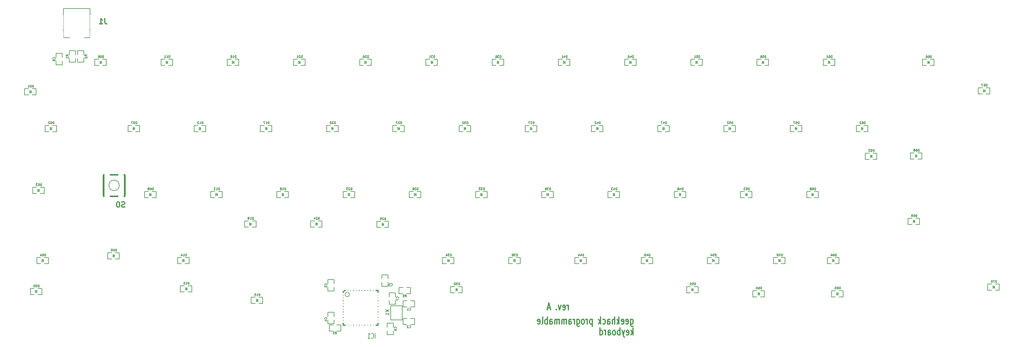
<source format=gbo>
G04 (created by PCBNEW (2012-oct-18)-testing) date Fri 26 Oct 2012 04:47:30 PM CEST*
%MOIN*%
G04 Gerber Fmt 3.4, Leading zero omitted, Abs format*
%FSLAX34Y34*%
G01*
G70*
G90*
G04 APERTURE LIST*
%ADD10C,3.93701e-06*%
%ADD11C,0.012*%
%ADD12C,0.0079*%
%ADD13C,0.015*%
%ADD14C,0.008*%
%ADD15C,0.005*%
%ADD16C,0.0059*%
%ADD17C,0.0001*%
%ADD18C,0.1661*%
%ADD19C,0.1078*%
%ADD20C,0.0763*%
%ADD21C,0.1294*%
%ADD22C,0.1664*%
%ADD23R,0.0547X0.0645*%
%ADD24C,0.285*%
%ADD25O,0.4031X0.2063*%
%ADD26C,0.2063*%
%ADD27R,0.0645X0.1*%
%ADD28C,0.0644*%
%ADD29O,0.0842X0.0254*%
%ADD30O,0.0254X0.0842*%
%ADD31R,0.0444X0.0644*%
%ADD32R,0.0644X0.0444*%
%ADD33R,0.0901X0.1669*%
%ADD34R,0.0901X0.1472*%
%ADD35O,0.0291X0.1157*%
%ADD36C,0.0724*%
%ADD37C,0.0684551*%
%ADD38C,0.0444*%
G04 APERTURE END LIST*
G54D10*
G54D11*
X62433Y-33314D02*
X62433Y-32781D01*
X62433Y-32933D02*
X62404Y-32857D01*
X62376Y-32819D01*
X62318Y-32781D01*
X62261Y-32781D01*
X61833Y-33276D02*
X61890Y-33314D01*
X62004Y-33314D01*
X62061Y-33276D01*
X62090Y-33200D01*
X62090Y-32895D01*
X62061Y-32819D01*
X62004Y-32781D01*
X61890Y-32781D01*
X61833Y-32819D01*
X61804Y-32895D01*
X61804Y-32971D01*
X62090Y-33048D01*
X61604Y-32781D02*
X61461Y-33314D01*
X61318Y-32781D01*
X61090Y-33238D02*
X61061Y-33276D01*
X61090Y-33314D01*
X61118Y-33276D01*
X61090Y-33238D01*
X61090Y-33314D01*
X60375Y-33086D02*
X60090Y-33086D01*
X60433Y-33314D02*
X60233Y-32514D01*
X60033Y-33314D01*
X69476Y-34381D02*
X69476Y-35029D01*
X69504Y-35105D01*
X69533Y-35143D01*
X69590Y-35181D01*
X69676Y-35181D01*
X69733Y-35143D01*
X69476Y-34876D02*
X69533Y-34914D01*
X69647Y-34914D01*
X69704Y-34876D01*
X69733Y-34838D01*
X69761Y-34762D01*
X69761Y-34533D01*
X69733Y-34457D01*
X69704Y-34419D01*
X69647Y-34381D01*
X69533Y-34381D01*
X69476Y-34419D01*
X68961Y-34876D02*
X69018Y-34914D01*
X69133Y-34914D01*
X69190Y-34876D01*
X69218Y-34800D01*
X69218Y-34495D01*
X69190Y-34419D01*
X69133Y-34381D01*
X69018Y-34381D01*
X68961Y-34419D01*
X68933Y-34495D01*
X68933Y-34571D01*
X69218Y-34648D01*
X68447Y-34876D02*
X68504Y-34914D01*
X68618Y-34914D01*
X68676Y-34876D01*
X68704Y-34800D01*
X68704Y-34495D01*
X68676Y-34419D01*
X68618Y-34381D01*
X68504Y-34381D01*
X68447Y-34419D01*
X68418Y-34495D01*
X68418Y-34571D01*
X68704Y-34648D01*
X68161Y-34914D02*
X68161Y-34114D01*
X68104Y-34610D02*
X67933Y-34914D01*
X67933Y-34381D02*
X68161Y-34686D01*
X67676Y-34914D02*
X67676Y-34114D01*
X67418Y-34914D02*
X67418Y-34495D01*
X67447Y-34419D01*
X67504Y-34381D01*
X67590Y-34381D01*
X67647Y-34419D01*
X67676Y-34457D01*
X66876Y-34914D02*
X66876Y-34495D01*
X66904Y-34419D01*
X66961Y-34381D01*
X67076Y-34381D01*
X67133Y-34419D01*
X66876Y-34876D02*
X66933Y-34914D01*
X67076Y-34914D01*
X67133Y-34876D01*
X67161Y-34800D01*
X67161Y-34724D01*
X67133Y-34648D01*
X67076Y-34610D01*
X66933Y-34610D01*
X66876Y-34571D01*
X66333Y-34876D02*
X66390Y-34914D01*
X66504Y-34914D01*
X66561Y-34876D01*
X66590Y-34838D01*
X66618Y-34762D01*
X66618Y-34533D01*
X66590Y-34457D01*
X66561Y-34419D01*
X66504Y-34381D01*
X66390Y-34381D01*
X66333Y-34419D01*
X66076Y-34914D02*
X66076Y-34114D01*
X66018Y-34610D02*
X65847Y-34914D01*
X65847Y-34381D02*
X66076Y-34686D01*
X65133Y-34381D02*
X65133Y-35181D01*
X65133Y-34419D02*
X65076Y-34381D01*
X64961Y-34381D01*
X64904Y-34419D01*
X64876Y-34457D01*
X64847Y-34533D01*
X64847Y-34762D01*
X64876Y-34838D01*
X64904Y-34876D01*
X64961Y-34914D01*
X65076Y-34914D01*
X65133Y-34876D01*
X64590Y-34914D02*
X64590Y-34381D01*
X64590Y-34533D02*
X64561Y-34457D01*
X64533Y-34419D01*
X64476Y-34381D01*
X64418Y-34381D01*
X64133Y-34914D02*
X64190Y-34876D01*
X64218Y-34838D01*
X64247Y-34762D01*
X64247Y-34533D01*
X64218Y-34457D01*
X64190Y-34419D01*
X64133Y-34381D01*
X64047Y-34381D01*
X63990Y-34419D01*
X63961Y-34457D01*
X63933Y-34533D01*
X63933Y-34762D01*
X63961Y-34838D01*
X63990Y-34876D01*
X64047Y-34914D01*
X64133Y-34914D01*
X63418Y-34381D02*
X63418Y-35029D01*
X63447Y-35105D01*
X63476Y-35143D01*
X63533Y-35181D01*
X63618Y-35181D01*
X63676Y-35143D01*
X63418Y-34876D02*
X63476Y-34914D01*
X63590Y-34914D01*
X63647Y-34876D01*
X63676Y-34838D01*
X63704Y-34762D01*
X63704Y-34533D01*
X63676Y-34457D01*
X63647Y-34419D01*
X63590Y-34381D01*
X63476Y-34381D01*
X63418Y-34419D01*
X63133Y-34914D02*
X63133Y-34381D01*
X63133Y-34533D02*
X63104Y-34457D01*
X63076Y-34419D01*
X63018Y-34381D01*
X62961Y-34381D01*
X62504Y-34914D02*
X62504Y-34495D01*
X62533Y-34419D01*
X62590Y-34381D01*
X62704Y-34381D01*
X62761Y-34419D01*
X62504Y-34876D02*
X62561Y-34914D01*
X62704Y-34914D01*
X62761Y-34876D01*
X62790Y-34800D01*
X62790Y-34724D01*
X62761Y-34648D01*
X62704Y-34610D01*
X62561Y-34610D01*
X62504Y-34571D01*
X62218Y-34914D02*
X62218Y-34381D01*
X62218Y-34457D02*
X62190Y-34419D01*
X62133Y-34381D01*
X62047Y-34381D01*
X61990Y-34419D01*
X61961Y-34495D01*
X61961Y-34914D01*
X61961Y-34495D02*
X61933Y-34419D01*
X61876Y-34381D01*
X61790Y-34381D01*
X61733Y-34419D01*
X61704Y-34495D01*
X61704Y-34914D01*
X61418Y-34914D02*
X61418Y-34381D01*
X61418Y-34457D02*
X61390Y-34419D01*
X61333Y-34381D01*
X61247Y-34381D01*
X61190Y-34419D01*
X61161Y-34495D01*
X61161Y-34914D01*
X61161Y-34495D02*
X61133Y-34419D01*
X61076Y-34381D01*
X60990Y-34381D01*
X60933Y-34419D01*
X60904Y-34495D01*
X60904Y-34914D01*
X60361Y-34914D02*
X60361Y-34495D01*
X60390Y-34419D01*
X60447Y-34381D01*
X60561Y-34381D01*
X60618Y-34419D01*
X60361Y-34876D02*
X60418Y-34914D01*
X60561Y-34914D01*
X60618Y-34876D01*
X60647Y-34800D01*
X60647Y-34724D01*
X60618Y-34648D01*
X60561Y-34610D01*
X60418Y-34610D01*
X60361Y-34571D01*
X60076Y-34914D02*
X60076Y-34114D01*
X60076Y-34419D02*
X60018Y-34381D01*
X59904Y-34381D01*
X59847Y-34419D01*
X59818Y-34457D01*
X59790Y-34533D01*
X59790Y-34762D01*
X59818Y-34838D01*
X59847Y-34876D01*
X59904Y-34914D01*
X60018Y-34914D01*
X60076Y-34876D01*
X59447Y-34914D02*
X59504Y-34876D01*
X59533Y-34800D01*
X59533Y-34114D01*
X58990Y-34876D02*
X59047Y-34914D01*
X59161Y-34914D01*
X59218Y-34876D01*
X59247Y-34800D01*
X59247Y-34495D01*
X59218Y-34419D01*
X59161Y-34381D01*
X59047Y-34381D01*
X58990Y-34419D01*
X58961Y-34495D01*
X58961Y-34571D01*
X59247Y-34648D01*
X69733Y-36154D02*
X69733Y-35354D01*
X69676Y-35850D02*
X69504Y-36154D01*
X69504Y-35621D02*
X69733Y-35926D01*
X69018Y-36116D02*
X69076Y-36154D01*
X69190Y-36154D01*
X69247Y-36116D01*
X69276Y-36040D01*
X69276Y-35735D01*
X69247Y-35659D01*
X69190Y-35621D01*
X69076Y-35621D01*
X69018Y-35659D01*
X68990Y-35735D01*
X68990Y-35811D01*
X69276Y-35888D01*
X68790Y-35621D02*
X68647Y-36154D01*
X68504Y-35621D02*
X68647Y-36154D01*
X68704Y-36345D01*
X68733Y-36383D01*
X68790Y-36421D01*
X68276Y-36154D02*
X68276Y-35354D01*
X68276Y-35659D02*
X68218Y-35621D01*
X68104Y-35621D01*
X68047Y-35659D01*
X68018Y-35697D01*
X67990Y-35773D01*
X67990Y-36002D01*
X68018Y-36078D01*
X68047Y-36116D01*
X68104Y-36154D01*
X68218Y-36154D01*
X68276Y-36116D01*
X67647Y-36154D02*
X67704Y-36116D01*
X67733Y-36078D01*
X67761Y-36002D01*
X67761Y-35773D01*
X67733Y-35697D01*
X67704Y-35659D01*
X67647Y-35621D01*
X67561Y-35621D01*
X67504Y-35659D01*
X67476Y-35697D01*
X67447Y-35773D01*
X67447Y-36002D01*
X67476Y-36078D01*
X67504Y-36116D01*
X67561Y-36154D01*
X67647Y-36154D01*
X66933Y-36154D02*
X66933Y-35735D01*
X66961Y-35659D01*
X67018Y-35621D01*
X67133Y-35621D01*
X67190Y-35659D01*
X66933Y-36116D02*
X66990Y-36154D01*
X67133Y-36154D01*
X67190Y-36116D01*
X67218Y-36040D01*
X67218Y-35964D01*
X67190Y-35888D01*
X67133Y-35850D01*
X66990Y-35850D01*
X66933Y-35811D01*
X66647Y-36154D02*
X66647Y-35621D01*
X66647Y-35773D02*
X66618Y-35697D01*
X66590Y-35659D01*
X66533Y-35621D01*
X66476Y-35621D01*
X66018Y-36154D02*
X66018Y-35354D01*
X66018Y-36116D02*
X66076Y-36154D01*
X66190Y-36154D01*
X66247Y-36116D01*
X66276Y-36078D01*
X66304Y-36002D01*
X66304Y-35773D01*
X66276Y-35697D01*
X66247Y-35659D01*
X66190Y-35621D01*
X66076Y-35621D01*
X66018Y-35659D01*
G54D12*
X42376Y-34441D02*
X43676Y-34441D01*
X43676Y-34441D02*
X43676Y-32841D01*
X43676Y-32841D02*
X42376Y-32841D01*
X42376Y-32841D02*
X42376Y-34441D01*
X11721Y-19213D02*
G75*
G03X11721Y-19213I-591J0D01*
G74*
G01*
X10205Y-17993D02*
X10205Y-17796D01*
X10205Y-17796D02*
X10480Y-17796D01*
X10480Y-17796D02*
X10480Y-17993D01*
X12055Y-17796D02*
X12055Y-17993D01*
X11780Y-17796D02*
X12055Y-17796D01*
X11780Y-17993D02*
X11780Y-17796D01*
X11780Y-20433D02*
X11780Y-20630D01*
X11780Y-20630D02*
X12055Y-20630D01*
X12055Y-20630D02*
X12055Y-20433D01*
X10205Y-20433D02*
X10205Y-20630D01*
X10205Y-20630D02*
X10480Y-20630D01*
X10480Y-20630D02*
X10480Y-20433D01*
G54D13*
X12350Y-18111D02*
X12350Y-20315D01*
X9910Y-18111D02*
X9910Y-20315D01*
X9949Y-17993D02*
X9949Y-20433D01*
X9949Y-20433D02*
X12311Y-20433D01*
X12311Y-20433D02*
X12311Y-17993D01*
X12311Y-17993D02*
X9949Y-17993D01*
G54D11*
X37004Y-35037D02*
X40944Y-35037D01*
X40944Y-35037D02*
X40944Y-31097D01*
X37194Y-31097D02*
X40944Y-31097D01*
X37004Y-31287D02*
X37004Y-35037D01*
X37194Y-31097D02*
X37004Y-31287D01*
G54D14*
X37724Y-31567D02*
G75*
G03X37724Y-31567I-250J0D01*
G74*
G01*
G54D15*
X44176Y-31491D02*
X44626Y-31491D01*
X44626Y-31491D02*
X44626Y-30791D01*
X44626Y-30791D02*
X44176Y-30791D01*
X43776Y-30791D02*
X43326Y-30791D01*
X43326Y-30791D02*
X43326Y-31491D01*
X43326Y-31491D02*
X43776Y-31491D01*
X36295Y-35710D02*
X36745Y-35710D01*
X36745Y-35710D02*
X36745Y-35010D01*
X36745Y-35010D02*
X36295Y-35010D01*
X35895Y-35010D02*
X35445Y-35010D01*
X35445Y-35010D02*
X35445Y-35710D01*
X35445Y-35710D02*
X35895Y-35710D01*
X41376Y-30191D02*
X41376Y-30641D01*
X41376Y-30641D02*
X42076Y-30641D01*
X42076Y-30641D02*
X42076Y-30191D01*
X42076Y-29791D02*
X42076Y-29341D01*
X42076Y-29341D02*
X41376Y-29341D01*
X41376Y-29341D02*
X41376Y-29791D01*
X7026Y-4841D02*
X7026Y-5291D01*
X7026Y-5291D02*
X7726Y-5291D01*
X7726Y-5291D02*
X7726Y-4841D01*
X7726Y-4441D02*
X7726Y-3991D01*
X7726Y-3991D02*
X7026Y-3991D01*
X7026Y-3991D02*
X7026Y-4441D01*
X6076Y-4841D02*
X6076Y-5291D01*
X6076Y-5291D02*
X6776Y-5291D01*
X6776Y-5291D02*
X6776Y-4841D01*
X6776Y-4441D02*
X6776Y-3991D01*
X6776Y-3991D02*
X6076Y-3991D01*
X6076Y-3991D02*
X6076Y-4441D01*
X42926Y-31841D02*
X42926Y-31391D01*
X42926Y-31391D02*
X42226Y-31391D01*
X42226Y-31391D02*
X42226Y-31841D01*
X42226Y-32241D02*
X42226Y-32691D01*
X42226Y-32691D02*
X42926Y-32691D01*
X42926Y-32691D02*
X42926Y-32241D01*
X41987Y-35660D02*
X41987Y-36110D01*
X41987Y-36110D02*
X42687Y-36110D01*
X42687Y-36110D02*
X42687Y-35660D01*
X42687Y-35260D02*
X42687Y-34810D01*
X42687Y-34810D02*
X41987Y-34810D01*
X41987Y-34810D02*
X41987Y-35260D01*
X35976Y-30341D02*
X35976Y-29891D01*
X35976Y-29891D02*
X35276Y-29891D01*
X35276Y-29891D02*
X35276Y-30341D01*
X35276Y-30741D02*
X35276Y-31191D01*
X35276Y-31191D02*
X35976Y-31191D01*
X35976Y-31191D02*
X35976Y-30741D01*
X35276Y-34441D02*
X35276Y-34891D01*
X35276Y-34891D02*
X35976Y-34891D01*
X35976Y-34891D02*
X35976Y-34441D01*
X35976Y-34041D02*
X35976Y-33591D01*
X35976Y-33591D02*
X35276Y-33591D01*
X35276Y-33591D02*
X35276Y-34041D01*
X44226Y-34291D02*
X43776Y-34291D01*
X43776Y-34291D02*
X43776Y-34991D01*
X43776Y-34991D02*
X44226Y-34991D01*
X44626Y-34991D02*
X45076Y-34991D01*
X45076Y-34991D02*
X45076Y-34291D01*
X45076Y-34291D02*
X44626Y-34291D01*
X44226Y-32291D02*
X43776Y-32291D01*
X43776Y-32291D02*
X43776Y-32991D01*
X43776Y-32991D02*
X44226Y-32991D01*
X44626Y-32991D02*
X45076Y-32991D01*
X45076Y-32991D02*
X45076Y-32291D01*
X45076Y-32291D02*
X44626Y-32291D01*
G54D12*
X7767Y-2500D02*
X8417Y-2500D01*
X8417Y-2500D02*
X8417Y800D01*
X8417Y800D02*
X5417Y800D01*
X5417Y800D02*
X5417Y-2500D01*
X5417Y-2500D02*
X6117Y-2500D01*
G54D16*
X69549Y-5449D02*
X69549Y-5149D01*
X69374Y-5449D02*
X69374Y-5149D01*
X69374Y-5149D02*
X69524Y-5299D01*
X69524Y-5299D02*
X69374Y-5449D01*
G54D15*
X69249Y-4949D02*
X68799Y-4949D01*
X68799Y-4949D02*
X68799Y-5649D01*
X68799Y-5649D02*
X69249Y-5649D01*
X69649Y-5649D02*
X70099Y-5649D01*
X70099Y-5649D02*
X70099Y-4949D01*
X70099Y-4949D02*
X69649Y-4949D01*
G54D16*
X65809Y-12929D02*
X65809Y-12629D01*
X65634Y-12929D02*
X65634Y-12629D01*
X65634Y-12629D02*
X65784Y-12779D01*
X65784Y-12779D02*
X65634Y-12929D01*
G54D15*
X65509Y-12429D02*
X65059Y-12429D01*
X65059Y-12429D02*
X65059Y-13129D01*
X65059Y-13129D02*
X65509Y-13129D01*
X65909Y-13129D02*
X66359Y-13129D01*
X66359Y-13129D02*
X66359Y-12429D01*
X66359Y-12429D02*
X65909Y-12429D01*
G54D16*
X67679Y-20409D02*
X67679Y-20109D01*
X67504Y-20409D02*
X67504Y-20109D01*
X67504Y-20109D02*
X67654Y-20259D01*
X67654Y-20259D02*
X67504Y-20409D01*
G54D15*
X67379Y-19909D02*
X66929Y-19909D01*
X66929Y-19909D02*
X66929Y-20609D01*
X66929Y-20609D02*
X67379Y-20609D01*
X67779Y-20609D02*
X68229Y-20609D01*
X68229Y-20609D02*
X68229Y-19909D01*
X68229Y-19909D02*
X67779Y-19909D01*
G54D16*
X35888Y-12929D02*
X35888Y-12629D01*
X35713Y-12929D02*
X35713Y-12629D01*
X35713Y-12629D02*
X35863Y-12779D01*
X35863Y-12779D02*
X35713Y-12929D01*
G54D15*
X35588Y-12429D02*
X35138Y-12429D01*
X35138Y-12429D02*
X35138Y-13129D01*
X35138Y-13129D02*
X35588Y-13129D01*
X35988Y-13129D02*
X36438Y-13129D01*
X36438Y-13129D02*
X36438Y-12429D01*
X36438Y-12429D02*
X35988Y-12429D01*
G54D16*
X60199Y-20409D02*
X60199Y-20109D01*
X60024Y-20409D02*
X60024Y-20109D01*
X60024Y-20109D02*
X60174Y-20259D01*
X60174Y-20259D02*
X60024Y-20409D01*
G54D15*
X59899Y-19909D02*
X59449Y-19909D01*
X59449Y-19909D02*
X59449Y-20609D01*
X59449Y-20609D02*
X59899Y-20609D01*
X60299Y-20609D02*
X60749Y-20609D01*
X60749Y-20609D02*
X60749Y-19909D01*
X60749Y-19909D02*
X60299Y-19909D01*
G54D16*
X58328Y-12929D02*
X58328Y-12629D01*
X58153Y-12929D02*
X58153Y-12629D01*
X58153Y-12629D02*
X58303Y-12779D01*
X58303Y-12779D02*
X58153Y-12929D01*
G54D15*
X58028Y-12429D02*
X57578Y-12429D01*
X57578Y-12429D02*
X57578Y-13129D01*
X57578Y-13129D02*
X58028Y-13129D01*
X58428Y-13129D02*
X58878Y-13129D01*
X58878Y-13129D02*
X58878Y-12429D01*
X58878Y-12429D02*
X58428Y-12429D01*
G54D16*
X62069Y-5449D02*
X62069Y-5149D01*
X61894Y-5449D02*
X61894Y-5149D01*
X61894Y-5149D02*
X62044Y-5299D01*
X62044Y-5299D02*
X61894Y-5449D01*
G54D15*
X61769Y-4949D02*
X61319Y-4949D01*
X61319Y-4949D02*
X61319Y-5649D01*
X61319Y-5649D02*
X61769Y-5649D01*
X62169Y-5649D02*
X62619Y-5649D01*
X62619Y-5649D02*
X62619Y-4949D01*
X62619Y-4949D02*
X62169Y-4949D01*
G54D16*
X54588Y-5449D02*
X54588Y-5149D01*
X54413Y-5449D02*
X54413Y-5149D01*
X54413Y-5149D02*
X54563Y-5299D01*
X54563Y-5299D02*
X54413Y-5449D01*
G54D15*
X54288Y-4949D02*
X53838Y-4949D01*
X53838Y-4949D02*
X53838Y-5649D01*
X53838Y-5649D02*
X54288Y-5649D01*
X54688Y-5649D02*
X55138Y-5649D01*
X55138Y-5649D02*
X55138Y-4949D01*
X55138Y-4949D02*
X54688Y-4949D01*
G54D16*
X50848Y-12929D02*
X50848Y-12629D01*
X50673Y-12929D02*
X50673Y-12629D01*
X50673Y-12629D02*
X50823Y-12779D01*
X50823Y-12779D02*
X50673Y-12929D01*
G54D15*
X50548Y-12429D02*
X50098Y-12429D01*
X50098Y-12429D02*
X50098Y-13129D01*
X50098Y-13129D02*
X50548Y-13129D01*
X50948Y-13129D02*
X51398Y-13129D01*
X51398Y-13129D02*
X51398Y-12429D01*
X51398Y-12429D02*
X50948Y-12429D01*
G54D16*
X52718Y-20409D02*
X52718Y-20109D01*
X52543Y-20409D02*
X52543Y-20109D01*
X52543Y-20109D02*
X52693Y-20259D01*
X52693Y-20259D02*
X52543Y-20409D01*
G54D15*
X52418Y-19909D02*
X51968Y-19909D01*
X51968Y-19909D02*
X51968Y-20609D01*
X51968Y-20609D02*
X52418Y-20609D01*
X52818Y-20609D02*
X53268Y-20609D01*
X53268Y-20609D02*
X53268Y-19909D01*
X53268Y-19909D02*
X52818Y-19909D01*
G54D16*
X37758Y-20409D02*
X37758Y-20109D01*
X37583Y-20409D02*
X37583Y-20109D01*
X37583Y-20109D02*
X37733Y-20259D01*
X37733Y-20259D02*
X37583Y-20409D01*
G54D15*
X37458Y-19909D02*
X37008Y-19909D01*
X37008Y-19909D02*
X37008Y-20609D01*
X37008Y-20609D02*
X37458Y-20609D01*
X37858Y-20609D02*
X38308Y-20609D01*
X38308Y-20609D02*
X38308Y-19909D01*
X38308Y-19909D02*
X37858Y-19909D01*
G54D16*
X1776Y-8791D02*
X1776Y-8491D01*
X1601Y-8791D02*
X1601Y-8491D01*
X1601Y-8491D02*
X1751Y-8641D01*
X1751Y-8641D02*
X1601Y-8791D01*
G54D15*
X1476Y-8291D02*
X1026Y-8291D01*
X1026Y-8291D02*
X1026Y-8991D01*
X1026Y-8991D02*
X1476Y-8991D01*
X1876Y-8991D02*
X2326Y-8991D01*
X2326Y-8991D02*
X2326Y-8291D01*
X2326Y-8291D02*
X1876Y-8291D01*
G54D16*
X47108Y-5449D02*
X47108Y-5149D01*
X46933Y-5449D02*
X46933Y-5149D01*
X46933Y-5149D02*
X47083Y-5299D01*
X47083Y-5299D02*
X46933Y-5449D01*
G54D15*
X46808Y-4949D02*
X46358Y-4949D01*
X46358Y-4949D02*
X46358Y-5649D01*
X46358Y-5649D02*
X46808Y-5649D01*
X47208Y-5649D02*
X47658Y-5649D01*
X47658Y-5649D02*
X47658Y-4949D01*
X47658Y-4949D02*
X47208Y-4949D01*
G54D16*
X32147Y-5449D02*
X32147Y-5149D01*
X31972Y-5449D02*
X31972Y-5149D01*
X31972Y-5149D02*
X32122Y-5299D01*
X32122Y-5299D02*
X31972Y-5449D01*
G54D15*
X31847Y-4949D02*
X31397Y-4949D01*
X31397Y-4949D02*
X31397Y-5649D01*
X31397Y-5649D02*
X31847Y-5649D01*
X32247Y-5649D02*
X32697Y-5649D01*
X32697Y-5649D02*
X32697Y-4949D01*
X32697Y-4949D02*
X32247Y-4949D01*
G54D16*
X26626Y-23741D02*
X26626Y-23441D01*
X26451Y-23741D02*
X26451Y-23441D01*
X26451Y-23441D02*
X26601Y-23591D01*
X26601Y-23591D02*
X26451Y-23741D01*
G54D15*
X26326Y-23241D02*
X25876Y-23241D01*
X25876Y-23241D02*
X25876Y-23941D01*
X25876Y-23941D02*
X26326Y-23941D01*
X26726Y-23941D02*
X27176Y-23941D01*
X27176Y-23941D02*
X27176Y-23241D01*
X27176Y-23241D02*
X26726Y-23241D01*
G54D16*
X30277Y-20409D02*
X30277Y-20109D01*
X30102Y-20409D02*
X30102Y-20109D01*
X30102Y-20109D02*
X30252Y-20259D01*
X30252Y-20259D02*
X30102Y-20409D01*
G54D15*
X29977Y-19909D02*
X29527Y-19909D01*
X29527Y-19909D02*
X29527Y-20609D01*
X29527Y-20609D02*
X29977Y-20609D01*
X30377Y-20609D02*
X30827Y-20609D01*
X30827Y-20609D02*
X30827Y-19909D01*
X30827Y-19909D02*
X30377Y-19909D01*
G54D16*
X28407Y-12929D02*
X28407Y-12629D01*
X28232Y-12929D02*
X28232Y-12629D01*
X28232Y-12629D02*
X28382Y-12779D01*
X28382Y-12779D02*
X28232Y-12929D01*
G54D15*
X28107Y-12429D02*
X27657Y-12429D01*
X27657Y-12429D02*
X27657Y-13129D01*
X27657Y-13129D02*
X28107Y-13129D01*
X28507Y-13129D02*
X28957Y-13129D01*
X28957Y-13129D02*
X28957Y-12429D01*
X28957Y-12429D02*
X28507Y-12429D01*
G54D16*
X24667Y-5449D02*
X24667Y-5149D01*
X24492Y-5449D02*
X24492Y-5149D01*
X24492Y-5149D02*
X24642Y-5299D01*
X24642Y-5299D02*
X24492Y-5449D01*
G54D15*
X24367Y-4949D02*
X23917Y-4949D01*
X23917Y-4949D02*
X23917Y-5649D01*
X23917Y-5649D02*
X24367Y-5649D01*
X24767Y-5649D02*
X25217Y-5649D01*
X25217Y-5649D02*
X25217Y-4949D01*
X25217Y-4949D02*
X24767Y-4949D01*
G54D16*
X41576Y-23791D02*
X41576Y-23491D01*
X41401Y-23791D02*
X41401Y-23491D01*
X41401Y-23491D02*
X41551Y-23641D01*
X41551Y-23641D02*
X41401Y-23791D01*
G54D15*
X41276Y-23291D02*
X40826Y-23291D01*
X40826Y-23291D02*
X40826Y-23991D01*
X40826Y-23991D02*
X41276Y-23991D01*
X41676Y-23991D02*
X42126Y-23991D01*
X42126Y-23991D02*
X42126Y-23291D01*
X42126Y-23291D02*
X41676Y-23291D01*
G54D16*
X45238Y-20409D02*
X45238Y-20109D01*
X45063Y-20409D02*
X45063Y-20109D01*
X45063Y-20109D02*
X45213Y-20259D01*
X45213Y-20259D02*
X45063Y-20409D01*
G54D15*
X44938Y-19909D02*
X44488Y-19909D01*
X44488Y-19909D02*
X44488Y-20609D01*
X44488Y-20609D02*
X44938Y-20609D01*
X45338Y-20609D02*
X45788Y-20609D01*
X45788Y-20609D02*
X45788Y-19909D01*
X45788Y-19909D02*
X45338Y-19909D01*
G54D16*
X43368Y-12929D02*
X43368Y-12629D01*
X43193Y-12929D02*
X43193Y-12629D01*
X43193Y-12629D02*
X43343Y-12779D01*
X43343Y-12779D02*
X43193Y-12929D01*
G54D15*
X43068Y-12429D02*
X42618Y-12429D01*
X42618Y-12429D02*
X42618Y-13129D01*
X42618Y-13129D02*
X43068Y-13129D01*
X43468Y-13129D02*
X43918Y-13129D01*
X43918Y-13129D02*
X43918Y-12429D01*
X43918Y-12429D02*
X43468Y-12429D01*
G54D16*
X39628Y-5449D02*
X39628Y-5149D01*
X39453Y-5449D02*
X39453Y-5149D01*
X39453Y-5149D02*
X39603Y-5299D01*
X39603Y-5299D02*
X39453Y-5449D01*
G54D15*
X39328Y-4949D02*
X38878Y-4949D01*
X38878Y-4949D02*
X38878Y-5649D01*
X38878Y-5649D02*
X39328Y-5649D01*
X39728Y-5649D02*
X40178Y-5649D01*
X40178Y-5649D02*
X40178Y-4949D01*
X40178Y-4949D02*
X39728Y-4949D01*
G54D16*
X19057Y-27890D02*
X19057Y-27590D01*
X18882Y-27890D02*
X18882Y-27590D01*
X18882Y-27590D02*
X19032Y-27740D01*
X19032Y-27740D02*
X18882Y-27890D01*
G54D15*
X18757Y-27390D02*
X18307Y-27390D01*
X18307Y-27390D02*
X18307Y-28090D01*
X18307Y-28090D02*
X18757Y-28090D01*
X19157Y-28090D02*
X19607Y-28090D01*
X19607Y-28090D02*
X19607Y-27390D01*
X19607Y-27390D02*
X19157Y-27390D01*
G54D16*
X11176Y-27341D02*
X11176Y-27041D01*
X11001Y-27341D02*
X11001Y-27041D01*
X11001Y-27041D02*
X11151Y-27191D01*
X11151Y-27191D02*
X11001Y-27341D01*
G54D15*
X10876Y-26841D02*
X10426Y-26841D01*
X10426Y-26841D02*
X10426Y-27541D01*
X10426Y-27541D02*
X10876Y-27541D01*
X11276Y-27541D02*
X11726Y-27541D01*
X11726Y-27541D02*
X11726Y-26841D01*
X11726Y-26841D02*
X11276Y-26841D01*
G54D16*
X22797Y-20409D02*
X22797Y-20109D01*
X22622Y-20409D02*
X22622Y-20109D01*
X22622Y-20109D02*
X22772Y-20259D01*
X22772Y-20259D02*
X22622Y-20409D01*
G54D15*
X22497Y-19909D02*
X22047Y-19909D01*
X22047Y-19909D02*
X22047Y-20609D01*
X22047Y-20609D02*
X22497Y-20609D01*
X22897Y-20609D02*
X23347Y-20609D01*
X23347Y-20609D02*
X23347Y-19909D01*
X23347Y-19909D02*
X22897Y-19909D01*
G54D16*
X20927Y-12929D02*
X20927Y-12629D01*
X20752Y-12929D02*
X20752Y-12629D01*
X20752Y-12629D02*
X20902Y-12779D01*
X20902Y-12779D02*
X20752Y-12929D01*
G54D15*
X20627Y-12429D02*
X20177Y-12429D01*
X20177Y-12429D02*
X20177Y-13129D01*
X20177Y-13129D02*
X20627Y-13129D01*
X21027Y-13129D02*
X21477Y-13129D01*
X21477Y-13129D02*
X21477Y-12429D01*
X21477Y-12429D02*
X21027Y-12429D01*
G54D16*
X15317Y-20409D02*
X15317Y-20109D01*
X15142Y-20409D02*
X15142Y-20109D01*
X15142Y-20109D02*
X15292Y-20259D01*
X15292Y-20259D02*
X15142Y-20409D01*
G54D15*
X15017Y-19909D02*
X14567Y-19909D01*
X14567Y-19909D02*
X14567Y-20609D01*
X14567Y-20609D02*
X15017Y-20609D01*
X15417Y-20609D02*
X15867Y-20609D01*
X15867Y-20609D02*
X15867Y-19909D01*
X15867Y-19909D02*
X15417Y-19909D01*
G54D16*
X13447Y-12929D02*
X13447Y-12629D01*
X13272Y-12929D02*
X13272Y-12629D01*
X13272Y-12629D02*
X13422Y-12779D01*
X13422Y-12779D02*
X13272Y-12929D01*
G54D15*
X13147Y-12429D02*
X12697Y-12429D01*
X12697Y-12429D02*
X12697Y-13129D01*
X12697Y-13129D02*
X13147Y-13129D01*
X13547Y-13129D02*
X13997Y-13129D01*
X13997Y-13129D02*
X13997Y-12429D01*
X13997Y-12429D02*
X13547Y-12429D01*
G54D16*
X3161Y-27890D02*
X3161Y-27590D01*
X2986Y-27890D02*
X2986Y-27590D01*
X2986Y-27590D02*
X3136Y-27740D01*
X3136Y-27740D02*
X2986Y-27890D01*
G54D15*
X2861Y-27390D02*
X2411Y-27390D01*
X2411Y-27390D02*
X2411Y-28090D01*
X2411Y-28090D02*
X2861Y-28090D01*
X3261Y-28090D02*
X3711Y-28090D01*
X3711Y-28090D02*
X3711Y-27390D01*
X3711Y-27390D02*
X3261Y-27390D01*
G54D16*
X4096Y-12929D02*
X4096Y-12629D01*
X3921Y-12929D02*
X3921Y-12629D01*
X3921Y-12629D02*
X4071Y-12779D01*
X4071Y-12779D02*
X3921Y-12929D01*
G54D15*
X3796Y-12429D02*
X3346Y-12429D01*
X3346Y-12429D02*
X3346Y-13129D01*
X3346Y-13129D02*
X3796Y-13129D01*
X4196Y-13129D02*
X4646Y-13129D01*
X4646Y-13129D02*
X4646Y-12429D01*
X4646Y-12429D02*
X4196Y-12429D01*
G54D16*
X17187Y-5449D02*
X17187Y-5149D01*
X17012Y-5449D02*
X17012Y-5149D01*
X17012Y-5149D02*
X17162Y-5299D01*
X17162Y-5299D02*
X17012Y-5449D01*
G54D15*
X16887Y-4949D02*
X16437Y-4949D01*
X16437Y-4949D02*
X16437Y-5649D01*
X16437Y-5649D02*
X16887Y-5649D01*
X17287Y-5649D02*
X17737Y-5649D01*
X17737Y-5649D02*
X17737Y-4949D01*
X17737Y-4949D02*
X17287Y-4949D01*
G54D16*
X9706Y-5449D02*
X9706Y-5149D01*
X9531Y-5449D02*
X9531Y-5149D01*
X9531Y-5149D02*
X9681Y-5299D01*
X9681Y-5299D02*
X9531Y-5449D01*
G54D15*
X9406Y-4949D02*
X8956Y-4949D01*
X8956Y-4949D02*
X8956Y-5649D01*
X8956Y-5649D02*
X9406Y-5649D01*
X9806Y-5649D02*
X10256Y-5649D01*
X10256Y-5649D02*
X10256Y-4949D01*
X10256Y-4949D02*
X9806Y-4949D01*
G54D16*
X2694Y-19942D02*
X2694Y-19642D01*
X2519Y-19942D02*
X2519Y-19642D01*
X2519Y-19642D02*
X2669Y-19792D01*
X2669Y-19792D02*
X2519Y-19942D01*
G54D15*
X2394Y-19442D02*
X1944Y-19442D01*
X1944Y-19442D02*
X1944Y-20142D01*
X1944Y-20142D02*
X2394Y-20142D01*
X2794Y-20142D02*
X3244Y-20142D01*
X3244Y-20142D02*
X3244Y-19442D01*
X3244Y-19442D02*
X2794Y-19442D01*
G54D16*
X49913Y-31162D02*
X49913Y-30862D01*
X49738Y-31162D02*
X49738Y-30862D01*
X49738Y-30862D02*
X49888Y-31012D01*
X49888Y-31012D02*
X49738Y-31162D01*
G54D15*
X49613Y-30662D02*
X49163Y-30662D01*
X49163Y-30662D02*
X49163Y-31362D01*
X49163Y-31362D02*
X49613Y-31362D01*
X50013Y-31362D02*
X50463Y-31362D01*
X50463Y-31362D02*
X50463Y-30662D01*
X50463Y-30662D02*
X50013Y-30662D01*
G54D16*
X27376Y-32391D02*
X27376Y-32091D01*
X27201Y-32391D02*
X27201Y-32091D01*
X27201Y-32091D02*
X27351Y-32241D01*
X27351Y-32241D02*
X27201Y-32391D01*
G54D15*
X27076Y-31891D02*
X26626Y-31891D01*
X26626Y-31891D02*
X26626Y-32591D01*
X26626Y-32591D02*
X27076Y-32591D01*
X27476Y-32591D02*
X27926Y-32591D01*
X27926Y-32591D02*
X27926Y-31891D01*
X27926Y-31891D02*
X27476Y-31891D01*
G54D16*
X19376Y-31091D02*
X19376Y-30791D01*
X19201Y-31091D02*
X19201Y-30791D01*
X19201Y-30791D02*
X19351Y-30941D01*
X19351Y-30941D02*
X19201Y-31091D01*
G54D15*
X19076Y-30591D02*
X18626Y-30591D01*
X18626Y-30591D02*
X18626Y-31291D01*
X18626Y-31291D02*
X19076Y-31291D01*
X19476Y-31291D02*
X19926Y-31291D01*
X19926Y-31291D02*
X19926Y-30591D01*
X19926Y-30591D02*
X19476Y-30591D01*
G54D16*
X2426Y-31391D02*
X2426Y-31091D01*
X2251Y-31391D02*
X2251Y-31091D01*
X2251Y-31091D02*
X2401Y-31241D01*
X2401Y-31241D02*
X2251Y-31391D01*
G54D15*
X2126Y-30891D02*
X1676Y-30891D01*
X1676Y-30891D02*
X1676Y-31591D01*
X1676Y-31591D02*
X2126Y-31591D01*
X2526Y-31591D02*
X2976Y-31591D01*
X2976Y-31591D02*
X2976Y-30891D01*
X2976Y-30891D02*
X2526Y-30891D01*
G54D16*
X56458Y-27890D02*
X56458Y-27590D01*
X56283Y-27890D02*
X56283Y-27590D01*
X56283Y-27590D02*
X56433Y-27740D01*
X56433Y-27740D02*
X56283Y-27890D01*
G54D15*
X56158Y-27390D02*
X55708Y-27390D01*
X55708Y-27390D02*
X55708Y-28090D01*
X55708Y-28090D02*
X56158Y-28090D01*
X56558Y-28090D02*
X57008Y-28090D01*
X57008Y-28090D02*
X57008Y-27390D01*
X57008Y-27390D02*
X56558Y-27390D01*
G54D16*
X48978Y-27890D02*
X48978Y-27590D01*
X48803Y-27890D02*
X48803Y-27590D01*
X48803Y-27590D02*
X48953Y-27740D01*
X48953Y-27740D02*
X48803Y-27890D01*
G54D15*
X48678Y-27390D02*
X48228Y-27390D01*
X48228Y-27390D02*
X48228Y-28090D01*
X48228Y-28090D02*
X48678Y-28090D01*
X49078Y-28090D02*
X49528Y-28090D01*
X49528Y-28090D02*
X49528Y-27390D01*
X49528Y-27390D02*
X49078Y-27390D01*
G54D16*
X34076Y-23741D02*
X34076Y-23441D01*
X33901Y-23741D02*
X33901Y-23441D01*
X33901Y-23441D02*
X34051Y-23591D01*
X34051Y-23591D02*
X33901Y-23741D01*
G54D15*
X33776Y-23241D02*
X33326Y-23241D01*
X33326Y-23241D02*
X33326Y-23941D01*
X33326Y-23941D02*
X33776Y-23941D01*
X34176Y-23941D02*
X34626Y-23941D01*
X34626Y-23941D02*
X34626Y-23241D01*
X34626Y-23241D02*
X34176Y-23241D01*
G54D16*
X84510Y-5449D02*
X84510Y-5149D01*
X84335Y-5449D02*
X84335Y-5149D01*
X84335Y-5149D02*
X84485Y-5299D01*
X84485Y-5299D02*
X84335Y-5449D01*
G54D15*
X84210Y-4949D02*
X83760Y-4949D01*
X83760Y-4949D02*
X83760Y-5649D01*
X83760Y-5649D02*
X84210Y-5649D01*
X84610Y-5649D02*
X85060Y-5649D01*
X85060Y-5649D02*
X85060Y-4949D01*
X85060Y-4949D02*
X84610Y-4949D01*
G54D16*
X91990Y-5449D02*
X91990Y-5149D01*
X91815Y-5449D02*
X91815Y-5149D01*
X91815Y-5149D02*
X91965Y-5299D01*
X91965Y-5299D02*
X91815Y-5449D01*
G54D15*
X91690Y-4949D02*
X91240Y-4949D01*
X91240Y-4949D02*
X91240Y-5649D01*
X91240Y-5649D02*
X91690Y-5649D01*
X92090Y-5649D02*
X92540Y-5649D01*
X92540Y-5649D02*
X92540Y-4949D01*
X92540Y-4949D02*
X92090Y-4949D01*
G54D16*
X103210Y-5449D02*
X103210Y-5149D01*
X103035Y-5449D02*
X103035Y-5149D01*
X103035Y-5149D02*
X103185Y-5299D01*
X103185Y-5299D02*
X103035Y-5449D01*
G54D15*
X102910Y-4949D02*
X102460Y-4949D01*
X102460Y-4949D02*
X102460Y-5649D01*
X102460Y-5649D02*
X102910Y-5649D01*
X103310Y-5649D02*
X103760Y-5649D01*
X103760Y-5649D02*
X103760Y-4949D01*
X103760Y-4949D02*
X103310Y-4949D01*
G54D16*
X88250Y-12929D02*
X88250Y-12629D01*
X88075Y-12929D02*
X88075Y-12629D01*
X88075Y-12629D02*
X88225Y-12779D01*
X88225Y-12779D02*
X88075Y-12929D01*
G54D15*
X87950Y-12429D02*
X87500Y-12429D01*
X87500Y-12429D02*
X87500Y-13129D01*
X87500Y-13129D02*
X87950Y-13129D01*
X88350Y-13129D02*
X88800Y-13129D01*
X88800Y-13129D02*
X88800Y-12429D01*
X88800Y-12429D02*
X88350Y-12429D01*
G54D16*
X95730Y-12929D02*
X95730Y-12629D01*
X95555Y-12929D02*
X95555Y-12629D01*
X95555Y-12629D02*
X95705Y-12779D01*
X95705Y-12779D02*
X95555Y-12929D01*
G54D15*
X95430Y-12429D02*
X94980Y-12429D01*
X94980Y-12429D02*
X94980Y-13129D01*
X94980Y-13129D02*
X95430Y-13129D01*
X95830Y-13129D02*
X96280Y-13129D01*
X96280Y-13129D02*
X96280Y-12429D01*
X96280Y-12429D02*
X95830Y-12429D01*
G54D16*
X109501Y-8666D02*
X109501Y-8366D01*
X109326Y-8666D02*
X109326Y-8366D01*
X109326Y-8366D02*
X109476Y-8516D01*
X109476Y-8516D02*
X109326Y-8666D01*
G54D15*
X109201Y-8166D02*
X108751Y-8166D01*
X108751Y-8166D02*
X108751Y-8866D01*
X108751Y-8866D02*
X109201Y-8866D01*
X109601Y-8866D02*
X110051Y-8866D01*
X110051Y-8866D02*
X110051Y-8166D01*
X110051Y-8166D02*
X109601Y-8166D01*
G54D16*
X82639Y-20409D02*
X82639Y-20109D01*
X82464Y-20409D02*
X82464Y-20109D01*
X82464Y-20109D02*
X82614Y-20259D01*
X82614Y-20259D02*
X82464Y-20409D01*
G54D15*
X82339Y-19909D02*
X81889Y-19909D01*
X81889Y-19909D02*
X81889Y-20609D01*
X81889Y-20609D02*
X82339Y-20609D01*
X82739Y-20609D02*
X83189Y-20609D01*
X83189Y-20609D02*
X83189Y-19909D01*
X83189Y-19909D02*
X82739Y-19909D01*
G54D16*
X90120Y-20409D02*
X90120Y-20109D01*
X89945Y-20409D02*
X89945Y-20109D01*
X89945Y-20109D02*
X90095Y-20259D01*
X90095Y-20259D02*
X89945Y-20409D01*
G54D15*
X89820Y-19909D02*
X89370Y-19909D01*
X89370Y-19909D02*
X89370Y-20609D01*
X89370Y-20609D02*
X89820Y-20609D01*
X90220Y-20609D02*
X90670Y-20609D01*
X90670Y-20609D02*
X90670Y-19909D01*
X90670Y-19909D02*
X90220Y-19909D01*
G54D16*
X96745Y-16060D02*
X96745Y-15760D01*
X96570Y-16060D02*
X96570Y-15760D01*
X96570Y-15760D02*
X96720Y-15910D01*
X96720Y-15910D02*
X96570Y-16060D01*
G54D15*
X96445Y-15560D02*
X95995Y-15560D01*
X95995Y-15560D02*
X95995Y-16260D01*
X95995Y-16260D02*
X96445Y-16260D01*
X96845Y-16260D02*
X97295Y-16260D01*
X97295Y-16260D02*
X97295Y-15560D01*
X97295Y-15560D02*
X96845Y-15560D01*
G54D16*
X101826Y-16041D02*
X101826Y-15741D01*
X101651Y-16041D02*
X101651Y-15741D01*
X101651Y-15741D02*
X101801Y-15891D01*
X101801Y-15891D02*
X101651Y-16041D01*
G54D15*
X101526Y-15541D02*
X101076Y-15541D01*
X101076Y-15541D02*
X101076Y-16241D01*
X101076Y-16241D02*
X101526Y-16241D01*
X101926Y-16241D02*
X102376Y-16241D01*
X102376Y-16241D02*
X102376Y-15541D01*
X102376Y-15541D02*
X101926Y-15541D01*
G54D16*
X76562Y-31162D02*
X76562Y-30862D01*
X76387Y-31162D02*
X76387Y-30862D01*
X76387Y-30862D02*
X76537Y-31012D01*
X76537Y-31012D02*
X76387Y-31162D01*
G54D15*
X76262Y-30662D02*
X75812Y-30662D01*
X75812Y-30662D02*
X75812Y-31362D01*
X75812Y-31362D02*
X76262Y-31362D01*
X76662Y-31362D02*
X77112Y-31362D01*
X77112Y-31362D02*
X77112Y-30662D01*
X77112Y-30662D02*
X76662Y-30662D01*
G54D16*
X84042Y-31630D02*
X84042Y-31330D01*
X83867Y-31630D02*
X83867Y-31330D01*
X83867Y-31330D02*
X84017Y-31480D01*
X84017Y-31480D02*
X83867Y-31630D01*
G54D15*
X83742Y-31130D02*
X83292Y-31130D01*
X83292Y-31130D02*
X83292Y-31830D01*
X83292Y-31830D02*
X83742Y-31830D01*
X84142Y-31830D02*
X84592Y-31830D01*
X84592Y-31830D02*
X84592Y-31130D01*
X84592Y-31130D02*
X84142Y-31130D01*
G54D16*
X92925Y-31630D02*
X92925Y-31330D01*
X92750Y-31630D02*
X92750Y-31330D01*
X92750Y-31330D02*
X92900Y-31480D01*
X92900Y-31480D02*
X92750Y-31630D01*
G54D15*
X92625Y-31130D02*
X92175Y-31130D01*
X92175Y-31130D02*
X92175Y-31830D01*
X92175Y-31830D02*
X92625Y-31830D01*
X93025Y-31830D02*
X93475Y-31830D01*
X93475Y-31830D02*
X93475Y-31130D01*
X93475Y-31130D02*
X93025Y-31130D01*
G54D16*
X110576Y-30891D02*
X110576Y-30591D01*
X110401Y-30891D02*
X110401Y-30591D01*
X110401Y-30591D02*
X110551Y-30741D01*
X110551Y-30741D02*
X110401Y-30891D01*
G54D15*
X110276Y-30391D02*
X109826Y-30391D01*
X109826Y-30391D02*
X109826Y-31091D01*
X109826Y-31091D02*
X110276Y-31091D01*
X110676Y-31091D02*
X111126Y-31091D01*
X111126Y-31091D02*
X111126Y-30391D01*
X111126Y-30391D02*
X110676Y-30391D01*
G54D16*
X101576Y-23441D02*
X101576Y-23141D01*
X101401Y-23441D02*
X101401Y-23141D01*
X101401Y-23141D02*
X101551Y-23291D01*
X101551Y-23291D02*
X101401Y-23441D01*
G54D15*
X101276Y-22941D02*
X100826Y-22941D01*
X100826Y-22941D02*
X100826Y-23641D01*
X100826Y-23641D02*
X101276Y-23641D01*
X101676Y-23641D02*
X102126Y-23641D01*
X102126Y-23641D02*
X102126Y-22941D01*
X102126Y-22941D02*
X101676Y-22941D01*
G54D16*
X92457Y-27890D02*
X92457Y-27590D01*
X92282Y-27890D02*
X92282Y-27590D01*
X92282Y-27590D02*
X92432Y-27740D01*
X92432Y-27740D02*
X92282Y-27890D01*
G54D15*
X92157Y-27390D02*
X91707Y-27390D01*
X91707Y-27390D02*
X91707Y-28090D01*
X91707Y-28090D02*
X92157Y-28090D01*
X92557Y-28090D02*
X93007Y-28090D01*
X93007Y-28090D02*
X93007Y-27390D01*
X93007Y-27390D02*
X92557Y-27390D01*
G54D16*
X86380Y-27890D02*
X86380Y-27590D01*
X86205Y-27890D02*
X86205Y-27590D01*
X86205Y-27590D02*
X86355Y-27740D01*
X86355Y-27740D02*
X86205Y-27890D01*
G54D15*
X86080Y-27390D02*
X85630Y-27390D01*
X85630Y-27390D02*
X85630Y-28090D01*
X85630Y-28090D02*
X86080Y-28090D01*
X86480Y-28090D02*
X86930Y-28090D01*
X86930Y-28090D02*
X86930Y-27390D01*
X86930Y-27390D02*
X86480Y-27390D01*
G54D16*
X78899Y-27890D02*
X78899Y-27590D01*
X78724Y-27890D02*
X78724Y-27590D01*
X78724Y-27590D02*
X78874Y-27740D01*
X78874Y-27740D02*
X78724Y-27890D01*
G54D15*
X78599Y-27390D02*
X78149Y-27390D01*
X78149Y-27390D02*
X78149Y-28090D01*
X78149Y-28090D02*
X78599Y-28090D01*
X78999Y-28090D02*
X79449Y-28090D01*
X79449Y-28090D02*
X79449Y-27390D01*
X79449Y-27390D02*
X78999Y-27390D01*
G54D16*
X71419Y-27890D02*
X71419Y-27590D01*
X71244Y-27890D02*
X71244Y-27590D01*
X71244Y-27590D02*
X71394Y-27740D01*
X71394Y-27740D02*
X71244Y-27890D01*
G54D15*
X71119Y-27390D02*
X70669Y-27390D01*
X70669Y-27390D02*
X70669Y-28090D01*
X70669Y-28090D02*
X71119Y-28090D01*
X71519Y-28090D02*
X71969Y-28090D01*
X71969Y-28090D02*
X71969Y-27390D01*
X71969Y-27390D02*
X71519Y-27390D01*
G54D16*
X63939Y-27890D02*
X63939Y-27590D01*
X63764Y-27890D02*
X63764Y-27590D01*
X63764Y-27590D02*
X63914Y-27740D01*
X63914Y-27740D02*
X63764Y-27890D01*
G54D15*
X63639Y-27390D02*
X63189Y-27390D01*
X63189Y-27390D02*
X63189Y-28090D01*
X63189Y-28090D02*
X63639Y-28090D01*
X64039Y-28090D02*
X64489Y-28090D01*
X64489Y-28090D02*
X64489Y-27390D01*
X64489Y-27390D02*
X64039Y-27390D01*
G54D16*
X80769Y-12929D02*
X80769Y-12629D01*
X80594Y-12929D02*
X80594Y-12629D01*
X80594Y-12629D02*
X80744Y-12779D01*
X80744Y-12779D02*
X80594Y-12929D01*
G54D15*
X80469Y-12429D02*
X80019Y-12429D01*
X80019Y-12429D02*
X80019Y-13129D01*
X80019Y-13129D02*
X80469Y-13129D01*
X80869Y-13129D02*
X81319Y-13129D01*
X81319Y-13129D02*
X81319Y-12429D01*
X81319Y-12429D02*
X80869Y-12429D01*
G54D16*
X77029Y-5449D02*
X77029Y-5149D01*
X76854Y-5449D02*
X76854Y-5149D01*
X76854Y-5149D02*
X77004Y-5299D01*
X77004Y-5299D02*
X76854Y-5449D01*
G54D15*
X76729Y-4949D02*
X76279Y-4949D01*
X76279Y-4949D02*
X76279Y-5649D01*
X76279Y-5649D02*
X76729Y-5649D01*
X77129Y-5649D02*
X77579Y-5649D01*
X77579Y-5649D02*
X77579Y-4949D01*
X77579Y-4949D02*
X77129Y-4949D01*
G54D16*
X73289Y-12929D02*
X73289Y-12629D01*
X73114Y-12929D02*
X73114Y-12629D01*
X73114Y-12629D02*
X73264Y-12779D01*
X73264Y-12779D02*
X73114Y-12929D01*
G54D15*
X72989Y-12429D02*
X72539Y-12429D01*
X72539Y-12429D02*
X72539Y-13129D01*
X72539Y-13129D02*
X72989Y-13129D01*
X73389Y-13129D02*
X73839Y-13129D01*
X73839Y-13129D02*
X73839Y-12429D01*
X73839Y-12429D02*
X73389Y-12429D01*
G54D16*
X75159Y-20409D02*
X75159Y-20109D01*
X74984Y-20409D02*
X74984Y-20109D01*
X74984Y-20109D02*
X75134Y-20259D01*
X75134Y-20259D02*
X74984Y-20409D01*
G54D15*
X74859Y-19909D02*
X74409Y-19909D01*
X74409Y-19909D02*
X74409Y-20609D01*
X74409Y-20609D02*
X74859Y-20609D01*
X75259Y-20609D02*
X75709Y-20609D01*
X75709Y-20609D02*
X75709Y-19909D01*
X75709Y-19909D02*
X75259Y-19909D01*
X5276Y-4741D02*
X5276Y-4291D01*
X5276Y-4291D02*
X4576Y-4291D01*
X4576Y-4291D02*
X4576Y-4741D01*
X4576Y-5141D02*
X4576Y-5591D01*
X4576Y-5591D02*
X5276Y-5591D01*
X5276Y-5591D02*
X5276Y-5141D01*
G54D16*
X41791Y-33272D02*
X42185Y-33534D01*
X41791Y-33534D02*
X42185Y-33272D01*
X42185Y-33891D02*
X42185Y-33666D01*
X42185Y-33778D02*
X41791Y-33778D01*
X41847Y-33741D01*
X41885Y-33703D01*
X41904Y-33666D01*
G54D11*
X12333Y-21655D02*
X12247Y-21683D01*
X12104Y-21683D01*
X12047Y-21655D01*
X12018Y-21626D01*
X11990Y-21569D01*
X11990Y-21512D01*
X12018Y-21455D01*
X12047Y-21426D01*
X12104Y-21398D01*
X12218Y-21369D01*
X12276Y-21341D01*
X12304Y-21312D01*
X12333Y-21255D01*
X12333Y-21198D01*
X12304Y-21141D01*
X12276Y-21112D01*
X12218Y-21083D01*
X12076Y-21083D01*
X11990Y-21112D01*
X11618Y-21083D02*
X11561Y-21083D01*
X11504Y-21112D01*
X11476Y-21141D01*
X11447Y-21198D01*
X11418Y-21312D01*
X11418Y-21455D01*
X11447Y-21569D01*
X11476Y-21626D01*
X11504Y-21655D01*
X11561Y-21683D01*
X11618Y-21683D01*
X11676Y-21655D01*
X11704Y-21626D01*
X11733Y-21569D01*
X11761Y-21455D01*
X11761Y-21312D01*
X11733Y-21198D01*
X11704Y-21141D01*
X11676Y-21112D01*
X11618Y-21083D01*
G54D14*
X40616Y-36533D02*
X40616Y-35933D01*
X40197Y-36476D02*
X40216Y-36505D01*
X40273Y-36533D01*
X40311Y-36533D01*
X40368Y-36505D01*
X40406Y-36448D01*
X40425Y-36391D01*
X40445Y-36276D01*
X40445Y-36191D01*
X40425Y-36076D01*
X40406Y-36019D01*
X40368Y-35962D01*
X40311Y-35933D01*
X40273Y-35933D01*
X40216Y-35962D01*
X40197Y-35991D01*
X39816Y-36533D02*
X40045Y-36533D01*
X39930Y-36533D02*
X39930Y-35933D01*
X39968Y-36019D01*
X40006Y-36076D01*
X40045Y-36105D01*
G54D15*
X44017Y-31842D02*
X44101Y-31723D01*
X44160Y-31842D02*
X44160Y-31592D01*
X44065Y-31592D01*
X44041Y-31604D01*
X44029Y-31616D01*
X44017Y-31639D01*
X44017Y-31675D01*
X44029Y-31699D01*
X44041Y-31711D01*
X44065Y-31723D01*
X44160Y-31723D01*
X43791Y-31592D02*
X43910Y-31592D01*
X43922Y-31711D01*
X43910Y-31699D01*
X43886Y-31687D01*
X43827Y-31687D01*
X43803Y-31699D01*
X43791Y-31711D01*
X43779Y-31735D01*
X43779Y-31794D01*
X43791Y-31818D01*
X43803Y-31830D01*
X43827Y-31842D01*
X43886Y-31842D01*
X43910Y-31830D01*
X43922Y-31818D01*
X36117Y-36042D02*
X36201Y-35923D01*
X36260Y-36042D02*
X36260Y-35792D01*
X36165Y-35792D01*
X36141Y-35804D01*
X36129Y-35816D01*
X36117Y-35839D01*
X36117Y-35875D01*
X36129Y-35899D01*
X36141Y-35911D01*
X36165Y-35923D01*
X36260Y-35923D01*
X36034Y-35792D02*
X35879Y-35792D01*
X35962Y-35887D01*
X35927Y-35887D01*
X35903Y-35899D01*
X35891Y-35911D01*
X35879Y-35935D01*
X35879Y-35994D01*
X35891Y-36018D01*
X35903Y-36030D01*
X35927Y-36042D01*
X35998Y-36042D01*
X36022Y-36030D01*
X36034Y-36018D01*
X42417Y-30568D02*
X42429Y-30580D01*
X42465Y-30592D01*
X42489Y-30592D01*
X42524Y-30580D01*
X42548Y-30556D01*
X42560Y-30532D01*
X42572Y-30485D01*
X42572Y-30449D01*
X42560Y-30401D01*
X42548Y-30377D01*
X42524Y-30354D01*
X42489Y-30342D01*
X42465Y-30342D01*
X42429Y-30354D01*
X42417Y-30366D01*
X42334Y-30342D02*
X42179Y-30342D01*
X42262Y-30437D01*
X42227Y-30437D01*
X42203Y-30449D01*
X42191Y-30461D01*
X42179Y-30485D01*
X42179Y-30544D01*
X42191Y-30568D01*
X42203Y-30580D01*
X42227Y-30592D01*
X42298Y-30592D01*
X42322Y-30580D01*
X42334Y-30568D01*
X8077Y-4599D02*
X7958Y-4516D01*
X8077Y-4456D02*
X7827Y-4456D01*
X7827Y-4551D01*
X7839Y-4575D01*
X7851Y-4587D01*
X7874Y-4599D01*
X7910Y-4599D01*
X7934Y-4587D01*
X7946Y-4575D01*
X7958Y-4551D01*
X7958Y-4456D01*
X7851Y-4694D02*
X7839Y-4706D01*
X7827Y-4730D01*
X7827Y-4789D01*
X7839Y-4813D01*
X7851Y-4825D01*
X7874Y-4837D01*
X7898Y-4837D01*
X7934Y-4825D01*
X8077Y-4682D01*
X8077Y-4837D01*
X5977Y-4599D02*
X5858Y-4516D01*
X5977Y-4456D02*
X5727Y-4456D01*
X5727Y-4551D01*
X5739Y-4575D01*
X5751Y-4587D01*
X5774Y-4599D01*
X5810Y-4599D01*
X5834Y-4587D01*
X5846Y-4575D01*
X5858Y-4551D01*
X5858Y-4456D01*
X5977Y-4837D02*
X5977Y-4694D01*
X5977Y-4766D02*
X5727Y-4766D01*
X5762Y-4742D01*
X5786Y-4718D01*
X5798Y-4694D01*
X43242Y-31980D02*
X43254Y-31968D01*
X43266Y-31932D01*
X43266Y-31908D01*
X43254Y-31873D01*
X43230Y-31849D01*
X43206Y-31837D01*
X43159Y-31825D01*
X43123Y-31825D01*
X43075Y-31837D01*
X43051Y-31849D01*
X43028Y-31873D01*
X43016Y-31908D01*
X43016Y-31932D01*
X43028Y-31968D01*
X43040Y-31980D01*
X43016Y-32063D02*
X43016Y-32230D01*
X43266Y-32123D01*
X43003Y-35399D02*
X43015Y-35387D01*
X43027Y-35351D01*
X43027Y-35327D01*
X43015Y-35292D01*
X42991Y-35268D01*
X42967Y-35256D01*
X42920Y-35244D01*
X42884Y-35244D01*
X42836Y-35256D01*
X42812Y-35268D01*
X42789Y-35292D01*
X42777Y-35327D01*
X42777Y-35351D01*
X42789Y-35387D01*
X42801Y-35399D01*
X42777Y-35613D02*
X42777Y-35566D01*
X42789Y-35542D01*
X42801Y-35530D01*
X42836Y-35506D01*
X42884Y-35494D01*
X42979Y-35494D01*
X43003Y-35506D01*
X43015Y-35518D01*
X43027Y-35542D01*
X43027Y-35589D01*
X43015Y-35613D01*
X43003Y-35625D01*
X42979Y-35637D01*
X42920Y-35637D01*
X42896Y-35625D01*
X42884Y-35613D01*
X42872Y-35589D01*
X42872Y-35542D01*
X42884Y-35518D01*
X42896Y-35506D01*
X42920Y-35494D01*
X35153Y-30499D02*
X35165Y-30487D01*
X35177Y-30451D01*
X35177Y-30427D01*
X35165Y-30392D01*
X35141Y-30368D01*
X35117Y-30356D01*
X35070Y-30344D01*
X35034Y-30344D01*
X34986Y-30356D01*
X34962Y-30368D01*
X34939Y-30392D01*
X34927Y-30427D01*
X34927Y-30451D01*
X34939Y-30487D01*
X34951Y-30499D01*
X34927Y-30725D02*
X34927Y-30606D01*
X35046Y-30594D01*
X35034Y-30606D01*
X35022Y-30630D01*
X35022Y-30689D01*
X35034Y-30713D01*
X35046Y-30725D01*
X35070Y-30737D01*
X35129Y-30737D01*
X35153Y-30725D01*
X35165Y-30713D01*
X35177Y-30689D01*
X35177Y-30630D01*
X35165Y-30606D01*
X35153Y-30594D01*
X35142Y-34330D02*
X35154Y-34318D01*
X35166Y-34282D01*
X35166Y-34258D01*
X35154Y-34223D01*
X35130Y-34199D01*
X35106Y-34187D01*
X35059Y-34175D01*
X35023Y-34175D01*
X34975Y-34187D01*
X34951Y-34199D01*
X34928Y-34223D01*
X34916Y-34258D01*
X34916Y-34282D01*
X34928Y-34318D01*
X34940Y-34330D01*
X34999Y-34544D02*
X35166Y-34544D01*
X34904Y-34485D02*
X35082Y-34425D01*
X35082Y-34580D01*
X44467Y-35318D02*
X44479Y-35330D01*
X44515Y-35342D01*
X44539Y-35342D01*
X44574Y-35330D01*
X44598Y-35306D01*
X44610Y-35282D01*
X44622Y-35235D01*
X44622Y-35199D01*
X44610Y-35151D01*
X44598Y-35127D01*
X44574Y-35104D01*
X44539Y-35092D01*
X44515Y-35092D01*
X44479Y-35104D01*
X44467Y-35116D01*
X44372Y-35116D02*
X44360Y-35104D01*
X44336Y-35092D01*
X44277Y-35092D01*
X44253Y-35104D01*
X44241Y-35116D01*
X44229Y-35139D01*
X44229Y-35163D01*
X44241Y-35199D01*
X44384Y-35342D01*
X44229Y-35342D01*
X44467Y-33318D02*
X44479Y-33330D01*
X44515Y-33342D01*
X44539Y-33342D01*
X44574Y-33330D01*
X44598Y-33306D01*
X44610Y-33282D01*
X44622Y-33235D01*
X44622Y-33199D01*
X44610Y-33151D01*
X44598Y-33127D01*
X44574Y-33104D01*
X44539Y-33092D01*
X44515Y-33092D01*
X44479Y-33104D01*
X44467Y-33116D01*
X44229Y-33342D02*
X44372Y-33342D01*
X44301Y-33342D02*
X44301Y-33092D01*
X44324Y-33127D01*
X44348Y-33151D01*
X44372Y-33163D01*
G54D11*
X10076Y-333D02*
X10076Y-762D01*
X10104Y-848D01*
X10161Y-905D01*
X10247Y-933D01*
X10304Y-933D01*
X9476Y-933D02*
X9818Y-933D01*
X9647Y-933D02*
X9647Y-333D01*
X9704Y-419D01*
X9761Y-476D01*
X9818Y-505D01*
G54D15*
X69802Y-4775D02*
X69802Y-4525D01*
X69743Y-4525D01*
X69707Y-4537D01*
X69683Y-4560D01*
X69671Y-4584D01*
X69659Y-4632D01*
X69659Y-4668D01*
X69671Y-4715D01*
X69683Y-4739D01*
X69707Y-4763D01*
X69743Y-4775D01*
X69802Y-4775D01*
X69445Y-4608D02*
X69445Y-4775D01*
X69504Y-4513D02*
X69564Y-4691D01*
X69409Y-4691D01*
X69207Y-4525D02*
X69254Y-4525D01*
X69278Y-4537D01*
X69290Y-4549D01*
X69314Y-4584D01*
X69326Y-4632D01*
X69326Y-4727D01*
X69314Y-4751D01*
X69302Y-4763D01*
X69278Y-4775D01*
X69231Y-4775D01*
X69207Y-4763D01*
X69195Y-4751D01*
X69183Y-4727D01*
X69183Y-4668D01*
X69195Y-4644D01*
X69207Y-4632D01*
X69231Y-4620D01*
X69278Y-4620D01*
X69302Y-4632D01*
X69314Y-4644D01*
X69326Y-4668D01*
X66062Y-12255D02*
X66062Y-12005D01*
X66003Y-12005D01*
X65967Y-12017D01*
X65943Y-12040D01*
X65931Y-12064D01*
X65919Y-12112D01*
X65919Y-12148D01*
X65931Y-12195D01*
X65943Y-12219D01*
X65967Y-12243D01*
X66003Y-12255D01*
X66062Y-12255D01*
X65705Y-12088D02*
X65705Y-12255D01*
X65764Y-11993D02*
X65824Y-12171D01*
X65669Y-12171D01*
X65586Y-12029D02*
X65574Y-12017D01*
X65550Y-12005D01*
X65491Y-12005D01*
X65467Y-12017D01*
X65455Y-12029D01*
X65443Y-12052D01*
X65443Y-12076D01*
X65455Y-12112D01*
X65598Y-12255D01*
X65443Y-12255D01*
X67932Y-19735D02*
X67932Y-19485D01*
X67873Y-19485D01*
X67837Y-19497D01*
X67813Y-19520D01*
X67801Y-19544D01*
X67789Y-19592D01*
X67789Y-19628D01*
X67801Y-19675D01*
X67813Y-19699D01*
X67837Y-19723D01*
X67873Y-19735D01*
X67932Y-19735D01*
X67575Y-19568D02*
X67575Y-19735D01*
X67634Y-19473D02*
X67694Y-19651D01*
X67539Y-19651D01*
X67468Y-19485D02*
X67313Y-19485D01*
X67396Y-19580D01*
X67361Y-19580D01*
X67337Y-19592D01*
X67325Y-19604D01*
X67313Y-19628D01*
X67313Y-19687D01*
X67325Y-19711D01*
X67337Y-19723D01*
X67361Y-19735D01*
X67432Y-19735D01*
X67456Y-19723D01*
X67468Y-19711D01*
X36141Y-12255D02*
X36141Y-12005D01*
X36082Y-12005D01*
X36046Y-12017D01*
X36022Y-12040D01*
X36010Y-12064D01*
X35998Y-12112D01*
X35998Y-12148D01*
X36010Y-12195D01*
X36022Y-12219D01*
X36046Y-12243D01*
X36082Y-12255D01*
X36141Y-12255D01*
X35903Y-12029D02*
X35891Y-12017D01*
X35867Y-12005D01*
X35808Y-12005D01*
X35784Y-12017D01*
X35772Y-12029D01*
X35760Y-12052D01*
X35760Y-12076D01*
X35772Y-12112D01*
X35915Y-12255D01*
X35760Y-12255D01*
X35665Y-12029D02*
X35653Y-12017D01*
X35629Y-12005D01*
X35570Y-12005D01*
X35546Y-12017D01*
X35534Y-12029D01*
X35522Y-12052D01*
X35522Y-12076D01*
X35534Y-12112D01*
X35677Y-12255D01*
X35522Y-12255D01*
X60452Y-19735D02*
X60452Y-19485D01*
X60393Y-19485D01*
X60357Y-19497D01*
X60333Y-19520D01*
X60321Y-19544D01*
X60309Y-19592D01*
X60309Y-19628D01*
X60321Y-19675D01*
X60333Y-19699D01*
X60357Y-19723D01*
X60393Y-19735D01*
X60452Y-19735D01*
X60226Y-19485D02*
X60071Y-19485D01*
X60154Y-19580D01*
X60119Y-19580D01*
X60095Y-19592D01*
X60083Y-19604D01*
X60071Y-19628D01*
X60071Y-19687D01*
X60083Y-19711D01*
X60095Y-19723D01*
X60119Y-19735D01*
X60190Y-19735D01*
X60214Y-19723D01*
X60226Y-19711D01*
X59928Y-19592D02*
X59952Y-19580D01*
X59964Y-19568D01*
X59976Y-19544D01*
X59976Y-19532D01*
X59964Y-19509D01*
X59952Y-19497D01*
X59928Y-19485D01*
X59881Y-19485D01*
X59857Y-19497D01*
X59845Y-19509D01*
X59833Y-19532D01*
X59833Y-19544D01*
X59845Y-19568D01*
X59857Y-19580D01*
X59881Y-19592D01*
X59928Y-19592D01*
X59952Y-19604D01*
X59964Y-19616D01*
X59976Y-19639D01*
X59976Y-19687D01*
X59964Y-19711D01*
X59952Y-19723D01*
X59928Y-19735D01*
X59881Y-19735D01*
X59857Y-19723D01*
X59845Y-19711D01*
X59833Y-19687D01*
X59833Y-19639D01*
X59845Y-19616D01*
X59857Y-19604D01*
X59881Y-19592D01*
X58581Y-12255D02*
X58581Y-12005D01*
X58522Y-12005D01*
X58486Y-12017D01*
X58462Y-12040D01*
X58450Y-12064D01*
X58438Y-12112D01*
X58438Y-12148D01*
X58450Y-12195D01*
X58462Y-12219D01*
X58486Y-12243D01*
X58522Y-12255D01*
X58581Y-12255D01*
X58355Y-12005D02*
X58200Y-12005D01*
X58283Y-12100D01*
X58248Y-12100D01*
X58224Y-12112D01*
X58212Y-12124D01*
X58200Y-12148D01*
X58200Y-12207D01*
X58212Y-12231D01*
X58224Y-12243D01*
X58248Y-12255D01*
X58319Y-12255D01*
X58343Y-12243D01*
X58355Y-12231D01*
X58117Y-12005D02*
X57950Y-12005D01*
X58057Y-12255D01*
X62322Y-4775D02*
X62322Y-4525D01*
X62263Y-4525D01*
X62227Y-4537D01*
X62203Y-4560D01*
X62191Y-4584D01*
X62179Y-4632D01*
X62179Y-4668D01*
X62191Y-4715D01*
X62203Y-4739D01*
X62227Y-4763D01*
X62263Y-4775D01*
X62322Y-4775D01*
X61965Y-4608D02*
X61965Y-4775D01*
X62024Y-4513D02*
X62084Y-4691D01*
X61929Y-4691D01*
X61703Y-4775D02*
X61846Y-4775D01*
X61774Y-4775D02*
X61774Y-4525D01*
X61798Y-4560D01*
X61822Y-4584D01*
X61846Y-4596D01*
X54841Y-4775D02*
X54841Y-4525D01*
X54782Y-4525D01*
X54746Y-4537D01*
X54722Y-4560D01*
X54710Y-4584D01*
X54698Y-4632D01*
X54698Y-4668D01*
X54710Y-4715D01*
X54722Y-4739D01*
X54746Y-4763D01*
X54782Y-4775D01*
X54841Y-4775D01*
X54615Y-4525D02*
X54460Y-4525D01*
X54543Y-4620D01*
X54508Y-4620D01*
X54484Y-4632D01*
X54472Y-4644D01*
X54460Y-4668D01*
X54460Y-4727D01*
X54472Y-4751D01*
X54484Y-4763D01*
X54508Y-4775D01*
X54579Y-4775D01*
X54603Y-4763D01*
X54615Y-4751D01*
X54246Y-4525D02*
X54293Y-4525D01*
X54317Y-4537D01*
X54329Y-4549D01*
X54353Y-4584D01*
X54365Y-4632D01*
X54365Y-4727D01*
X54353Y-4751D01*
X54341Y-4763D01*
X54317Y-4775D01*
X54270Y-4775D01*
X54246Y-4763D01*
X54234Y-4751D01*
X54222Y-4727D01*
X54222Y-4668D01*
X54234Y-4644D01*
X54246Y-4632D01*
X54270Y-4620D01*
X54317Y-4620D01*
X54341Y-4632D01*
X54353Y-4644D01*
X54365Y-4668D01*
X51101Y-12255D02*
X51101Y-12005D01*
X51042Y-12005D01*
X51006Y-12017D01*
X50982Y-12040D01*
X50970Y-12064D01*
X50958Y-12112D01*
X50958Y-12148D01*
X50970Y-12195D01*
X50982Y-12219D01*
X51006Y-12243D01*
X51042Y-12255D01*
X51101Y-12255D01*
X50875Y-12005D02*
X50720Y-12005D01*
X50803Y-12100D01*
X50768Y-12100D01*
X50744Y-12112D01*
X50732Y-12124D01*
X50720Y-12148D01*
X50720Y-12207D01*
X50732Y-12231D01*
X50744Y-12243D01*
X50768Y-12255D01*
X50839Y-12255D01*
X50863Y-12243D01*
X50875Y-12231D01*
X50625Y-12029D02*
X50613Y-12017D01*
X50589Y-12005D01*
X50530Y-12005D01*
X50506Y-12017D01*
X50494Y-12029D01*
X50482Y-12052D01*
X50482Y-12076D01*
X50494Y-12112D01*
X50637Y-12255D01*
X50482Y-12255D01*
X52971Y-19735D02*
X52971Y-19485D01*
X52912Y-19485D01*
X52876Y-19497D01*
X52852Y-19520D01*
X52840Y-19544D01*
X52828Y-19592D01*
X52828Y-19628D01*
X52840Y-19675D01*
X52852Y-19699D01*
X52876Y-19723D01*
X52912Y-19735D01*
X52971Y-19735D01*
X52745Y-19485D02*
X52590Y-19485D01*
X52673Y-19580D01*
X52638Y-19580D01*
X52614Y-19592D01*
X52602Y-19604D01*
X52590Y-19628D01*
X52590Y-19687D01*
X52602Y-19711D01*
X52614Y-19723D01*
X52638Y-19735D01*
X52709Y-19735D01*
X52733Y-19723D01*
X52745Y-19711D01*
X52507Y-19485D02*
X52352Y-19485D01*
X52435Y-19580D01*
X52400Y-19580D01*
X52376Y-19592D01*
X52364Y-19604D01*
X52352Y-19628D01*
X52352Y-19687D01*
X52364Y-19711D01*
X52376Y-19723D01*
X52400Y-19735D01*
X52471Y-19735D01*
X52495Y-19723D01*
X52507Y-19711D01*
X38011Y-19735D02*
X38011Y-19485D01*
X37952Y-19485D01*
X37916Y-19497D01*
X37892Y-19520D01*
X37880Y-19544D01*
X37868Y-19592D01*
X37868Y-19628D01*
X37880Y-19675D01*
X37892Y-19699D01*
X37916Y-19723D01*
X37952Y-19735D01*
X38011Y-19735D01*
X37773Y-19509D02*
X37761Y-19497D01*
X37737Y-19485D01*
X37678Y-19485D01*
X37654Y-19497D01*
X37642Y-19509D01*
X37630Y-19532D01*
X37630Y-19556D01*
X37642Y-19592D01*
X37785Y-19735D01*
X37630Y-19735D01*
X37547Y-19485D02*
X37392Y-19485D01*
X37475Y-19580D01*
X37440Y-19580D01*
X37416Y-19592D01*
X37404Y-19604D01*
X37392Y-19628D01*
X37392Y-19687D01*
X37404Y-19711D01*
X37416Y-19723D01*
X37440Y-19735D01*
X37511Y-19735D01*
X37535Y-19723D01*
X37547Y-19711D01*
X2029Y-8117D02*
X2029Y-7867D01*
X1970Y-7867D01*
X1934Y-7879D01*
X1910Y-7902D01*
X1898Y-7926D01*
X1886Y-7974D01*
X1886Y-8010D01*
X1898Y-8057D01*
X1910Y-8081D01*
X1934Y-8105D01*
X1970Y-8117D01*
X2029Y-8117D01*
X1731Y-7867D02*
X1708Y-7867D01*
X1684Y-7879D01*
X1672Y-7891D01*
X1660Y-7914D01*
X1648Y-7962D01*
X1648Y-8021D01*
X1660Y-8069D01*
X1672Y-8093D01*
X1684Y-8105D01*
X1708Y-8117D01*
X1731Y-8117D01*
X1755Y-8105D01*
X1767Y-8093D01*
X1779Y-8069D01*
X1791Y-8021D01*
X1791Y-7962D01*
X1779Y-7914D01*
X1767Y-7891D01*
X1755Y-7879D01*
X1731Y-7867D01*
X1410Y-8117D02*
X1553Y-8117D01*
X1481Y-8117D02*
X1481Y-7867D01*
X1505Y-7902D01*
X1529Y-7926D01*
X1553Y-7938D01*
X47361Y-4775D02*
X47361Y-4525D01*
X47302Y-4525D01*
X47266Y-4537D01*
X47242Y-4560D01*
X47230Y-4584D01*
X47218Y-4632D01*
X47218Y-4668D01*
X47230Y-4715D01*
X47242Y-4739D01*
X47266Y-4763D01*
X47302Y-4775D01*
X47361Y-4775D01*
X47135Y-4525D02*
X46980Y-4525D01*
X47063Y-4620D01*
X47028Y-4620D01*
X47004Y-4632D01*
X46992Y-4644D01*
X46980Y-4668D01*
X46980Y-4727D01*
X46992Y-4751D01*
X47004Y-4763D01*
X47028Y-4775D01*
X47099Y-4775D01*
X47123Y-4763D01*
X47135Y-4751D01*
X46742Y-4775D02*
X46885Y-4775D01*
X46813Y-4775D02*
X46813Y-4525D01*
X46837Y-4560D01*
X46861Y-4584D01*
X46885Y-4596D01*
X32400Y-4775D02*
X32400Y-4525D01*
X32341Y-4525D01*
X32305Y-4537D01*
X32281Y-4560D01*
X32269Y-4584D01*
X32257Y-4632D01*
X32257Y-4668D01*
X32269Y-4715D01*
X32281Y-4739D01*
X32305Y-4763D01*
X32341Y-4775D01*
X32400Y-4775D01*
X32162Y-4549D02*
X32150Y-4537D01*
X32126Y-4525D01*
X32067Y-4525D01*
X32043Y-4537D01*
X32031Y-4549D01*
X32019Y-4572D01*
X32019Y-4596D01*
X32031Y-4632D01*
X32174Y-4775D01*
X32019Y-4775D01*
X31781Y-4775D02*
X31924Y-4775D01*
X31852Y-4775D02*
X31852Y-4525D01*
X31876Y-4560D01*
X31900Y-4584D01*
X31924Y-4596D01*
X26879Y-23067D02*
X26879Y-22817D01*
X26820Y-22817D01*
X26784Y-22829D01*
X26760Y-22852D01*
X26748Y-22876D01*
X26736Y-22924D01*
X26736Y-22960D01*
X26748Y-23007D01*
X26760Y-23031D01*
X26784Y-23055D01*
X26820Y-23067D01*
X26879Y-23067D01*
X26498Y-23067D02*
X26641Y-23067D01*
X26570Y-23067D02*
X26570Y-22817D01*
X26593Y-22852D01*
X26617Y-22876D01*
X26641Y-22888D01*
X26379Y-23067D02*
X26331Y-23067D01*
X26308Y-23055D01*
X26296Y-23043D01*
X26272Y-23007D01*
X26260Y-22960D01*
X26260Y-22864D01*
X26272Y-22841D01*
X26284Y-22829D01*
X26308Y-22817D01*
X26355Y-22817D01*
X26379Y-22829D01*
X26391Y-22841D01*
X26403Y-22864D01*
X26403Y-22924D01*
X26391Y-22948D01*
X26379Y-22960D01*
X26355Y-22971D01*
X26308Y-22971D01*
X26284Y-22960D01*
X26272Y-22948D01*
X26260Y-22924D01*
X30530Y-19735D02*
X30530Y-19485D01*
X30471Y-19485D01*
X30435Y-19497D01*
X30411Y-19520D01*
X30399Y-19544D01*
X30387Y-19592D01*
X30387Y-19628D01*
X30399Y-19675D01*
X30411Y-19699D01*
X30435Y-19723D01*
X30471Y-19735D01*
X30530Y-19735D01*
X30149Y-19735D02*
X30292Y-19735D01*
X30221Y-19735D02*
X30221Y-19485D01*
X30244Y-19520D01*
X30268Y-19544D01*
X30292Y-19556D01*
X30006Y-19592D02*
X30030Y-19580D01*
X30042Y-19568D01*
X30054Y-19544D01*
X30054Y-19532D01*
X30042Y-19509D01*
X30030Y-19497D01*
X30006Y-19485D01*
X29959Y-19485D01*
X29935Y-19497D01*
X29923Y-19509D01*
X29911Y-19532D01*
X29911Y-19544D01*
X29923Y-19568D01*
X29935Y-19580D01*
X29959Y-19592D01*
X30006Y-19592D01*
X30030Y-19604D01*
X30042Y-19616D01*
X30054Y-19639D01*
X30054Y-19687D01*
X30042Y-19711D01*
X30030Y-19723D01*
X30006Y-19735D01*
X29959Y-19735D01*
X29935Y-19723D01*
X29923Y-19711D01*
X29911Y-19687D01*
X29911Y-19639D01*
X29923Y-19616D01*
X29935Y-19604D01*
X29959Y-19592D01*
X28660Y-12255D02*
X28660Y-12005D01*
X28601Y-12005D01*
X28565Y-12017D01*
X28541Y-12040D01*
X28529Y-12064D01*
X28517Y-12112D01*
X28517Y-12148D01*
X28529Y-12195D01*
X28541Y-12219D01*
X28565Y-12243D01*
X28601Y-12255D01*
X28660Y-12255D01*
X28279Y-12255D02*
X28422Y-12255D01*
X28351Y-12255D02*
X28351Y-12005D01*
X28374Y-12040D01*
X28398Y-12064D01*
X28422Y-12076D01*
X28196Y-12005D02*
X28029Y-12005D01*
X28136Y-12255D01*
X24920Y-4775D02*
X24920Y-4525D01*
X24861Y-4525D01*
X24825Y-4537D01*
X24801Y-4560D01*
X24789Y-4584D01*
X24777Y-4632D01*
X24777Y-4668D01*
X24789Y-4715D01*
X24801Y-4739D01*
X24825Y-4763D01*
X24861Y-4775D01*
X24920Y-4775D01*
X24539Y-4775D02*
X24682Y-4775D01*
X24611Y-4775D02*
X24611Y-4525D01*
X24634Y-4560D01*
X24658Y-4584D01*
X24682Y-4596D01*
X24325Y-4525D02*
X24372Y-4525D01*
X24396Y-4537D01*
X24408Y-4549D01*
X24432Y-4584D01*
X24444Y-4632D01*
X24444Y-4727D01*
X24432Y-4751D01*
X24420Y-4763D01*
X24396Y-4775D01*
X24349Y-4775D01*
X24325Y-4763D01*
X24313Y-4751D01*
X24301Y-4727D01*
X24301Y-4668D01*
X24313Y-4644D01*
X24325Y-4632D01*
X24349Y-4620D01*
X24396Y-4620D01*
X24420Y-4632D01*
X24432Y-4644D01*
X24444Y-4668D01*
X41829Y-23117D02*
X41829Y-22867D01*
X41770Y-22867D01*
X41734Y-22879D01*
X41710Y-22902D01*
X41698Y-22926D01*
X41686Y-22974D01*
X41686Y-23010D01*
X41698Y-23057D01*
X41710Y-23081D01*
X41734Y-23105D01*
X41770Y-23117D01*
X41829Y-23117D01*
X41591Y-22891D02*
X41579Y-22879D01*
X41555Y-22867D01*
X41496Y-22867D01*
X41472Y-22879D01*
X41460Y-22891D01*
X41448Y-22914D01*
X41448Y-22938D01*
X41460Y-22974D01*
X41603Y-23117D01*
X41448Y-23117D01*
X41329Y-23117D02*
X41281Y-23117D01*
X41258Y-23105D01*
X41246Y-23093D01*
X41222Y-23057D01*
X41210Y-23010D01*
X41210Y-22914D01*
X41222Y-22891D01*
X41234Y-22879D01*
X41258Y-22867D01*
X41305Y-22867D01*
X41329Y-22879D01*
X41341Y-22891D01*
X41353Y-22914D01*
X41353Y-22974D01*
X41341Y-22998D01*
X41329Y-23010D01*
X41305Y-23021D01*
X41258Y-23021D01*
X41234Y-23010D01*
X41222Y-22998D01*
X41210Y-22974D01*
X45491Y-19735D02*
X45491Y-19485D01*
X45432Y-19485D01*
X45396Y-19497D01*
X45372Y-19520D01*
X45360Y-19544D01*
X45348Y-19592D01*
X45348Y-19628D01*
X45360Y-19675D01*
X45372Y-19699D01*
X45396Y-19723D01*
X45432Y-19735D01*
X45491Y-19735D01*
X45253Y-19509D02*
X45241Y-19497D01*
X45217Y-19485D01*
X45158Y-19485D01*
X45134Y-19497D01*
X45122Y-19509D01*
X45110Y-19532D01*
X45110Y-19556D01*
X45122Y-19592D01*
X45265Y-19735D01*
X45110Y-19735D01*
X44967Y-19592D02*
X44991Y-19580D01*
X45003Y-19568D01*
X45015Y-19544D01*
X45015Y-19532D01*
X45003Y-19509D01*
X44991Y-19497D01*
X44967Y-19485D01*
X44920Y-19485D01*
X44896Y-19497D01*
X44884Y-19509D01*
X44872Y-19532D01*
X44872Y-19544D01*
X44884Y-19568D01*
X44896Y-19580D01*
X44920Y-19592D01*
X44967Y-19592D01*
X44991Y-19604D01*
X45003Y-19616D01*
X45015Y-19639D01*
X45015Y-19687D01*
X45003Y-19711D01*
X44991Y-19723D01*
X44967Y-19735D01*
X44920Y-19735D01*
X44896Y-19723D01*
X44884Y-19711D01*
X44872Y-19687D01*
X44872Y-19639D01*
X44884Y-19616D01*
X44896Y-19604D01*
X44920Y-19592D01*
X43621Y-12255D02*
X43621Y-12005D01*
X43562Y-12005D01*
X43526Y-12017D01*
X43502Y-12040D01*
X43490Y-12064D01*
X43478Y-12112D01*
X43478Y-12148D01*
X43490Y-12195D01*
X43502Y-12219D01*
X43526Y-12243D01*
X43562Y-12255D01*
X43621Y-12255D01*
X43383Y-12029D02*
X43371Y-12017D01*
X43347Y-12005D01*
X43288Y-12005D01*
X43264Y-12017D01*
X43252Y-12029D01*
X43240Y-12052D01*
X43240Y-12076D01*
X43252Y-12112D01*
X43395Y-12255D01*
X43240Y-12255D01*
X43157Y-12005D02*
X42990Y-12005D01*
X43097Y-12255D01*
X39881Y-4775D02*
X39881Y-4525D01*
X39822Y-4525D01*
X39786Y-4537D01*
X39762Y-4560D01*
X39750Y-4584D01*
X39738Y-4632D01*
X39738Y-4668D01*
X39750Y-4715D01*
X39762Y-4739D01*
X39786Y-4763D01*
X39822Y-4775D01*
X39881Y-4775D01*
X39643Y-4549D02*
X39631Y-4537D01*
X39607Y-4525D01*
X39548Y-4525D01*
X39524Y-4537D01*
X39512Y-4549D01*
X39500Y-4572D01*
X39500Y-4596D01*
X39512Y-4632D01*
X39655Y-4775D01*
X39500Y-4775D01*
X39286Y-4525D02*
X39333Y-4525D01*
X39357Y-4537D01*
X39369Y-4549D01*
X39393Y-4584D01*
X39405Y-4632D01*
X39405Y-4727D01*
X39393Y-4751D01*
X39381Y-4763D01*
X39357Y-4775D01*
X39310Y-4775D01*
X39286Y-4763D01*
X39274Y-4751D01*
X39262Y-4727D01*
X39262Y-4668D01*
X39274Y-4644D01*
X39286Y-4632D01*
X39310Y-4620D01*
X39357Y-4620D01*
X39381Y-4632D01*
X39393Y-4644D01*
X39405Y-4668D01*
X19310Y-27216D02*
X19310Y-26966D01*
X19251Y-26966D01*
X19215Y-26978D01*
X19191Y-27001D01*
X19179Y-27025D01*
X19167Y-27073D01*
X19167Y-27109D01*
X19179Y-27156D01*
X19191Y-27180D01*
X19215Y-27204D01*
X19251Y-27216D01*
X19310Y-27216D01*
X18929Y-27216D02*
X19072Y-27216D01*
X19001Y-27216D02*
X19001Y-26966D01*
X19024Y-27001D01*
X19048Y-27025D01*
X19072Y-27037D01*
X18715Y-27049D02*
X18715Y-27216D01*
X18774Y-26954D02*
X18834Y-27132D01*
X18679Y-27132D01*
X11429Y-26667D02*
X11429Y-26417D01*
X11370Y-26417D01*
X11334Y-26429D01*
X11310Y-26452D01*
X11298Y-26476D01*
X11286Y-26524D01*
X11286Y-26560D01*
X11298Y-26607D01*
X11310Y-26631D01*
X11334Y-26655D01*
X11370Y-26667D01*
X11429Y-26667D01*
X11131Y-26417D02*
X11108Y-26417D01*
X11084Y-26429D01*
X11072Y-26441D01*
X11060Y-26464D01*
X11048Y-26512D01*
X11048Y-26571D01*
X11060Y-26619D01*
X11072Y-26643D01*
X11084Y-26655D01*
X11108Y-26667D01*
X11131Y-26667D01*
X11155Y-26655D01*
X11167Y-26643D01*
X11179Y-26619D01*
X11191Y-26571D01*
X11191Y-26512D01*
X11179Y-26464D01*
X11167Y-26441D01*
X11155Y-26429D01*
X11131Y-26417D01*
X10929Y-26667D02*
X10881Y-26667D01*
X10858Y-26655D01*
X10846Y-26643D01*
X10822Y-26607D01*
X10810Y-26560D01*
X10810Y-26464D01*
X10822Y-26441D01*
X10834Y-26429D01*
X10858Y-26417D01*
X10905Y-26417D01*
X10929Y-26429D01*
X10941Y-26441D01*
X10953Y-26464D01*
X10953Y-26524D01*
X10941Y-26548D01*
X10929Y-26560D01*
X10905Y-26571D01*
X10858Y-26571D01*
X10834Y-26560D01*
X10822Y-26548D01*
X10810Y-26524D01*
X23050Y-19735D02*
X23050Y-19485D01*
X22991Y-19485D01*
X22955Y-19497D01*
X22931Y-19520D01*
X22919Y-19544D01*
X22907Y-19592D01*
X22907Y-19628D01*
X22919Y-19675D01*
X22931Y-19699D01*
X22955Y-19723D01*
X22991Y-19735D01*
X23050Y-19735D01*
X22669Y-19735D02*
X22812Y-19735D01*
X22741Y-19735D02*
X22741Y-19485D01*
X22764Y-19520D01*
X22788Y-19544D01*
X22812Y-19556D01*
X22586Y-19485D02*
X22431Y-19485D01*
X22514Y-19580D01*
X22479Y-19580D01*
X22455Y-19592D01*
X22443Y-19604D01*
X22431Y-19628D01*
X22431Y-19687D01*
X22443Y-19711D01*
X22455Y-19723D01*
X22479Y-19735D01*
X22550Y-19735D01*
X22574Y-19723D01*
X22586Y-19711D01*
X21180Y-12255D02*
X21180Y-12005D01*
X21121Y-12005D01*
X21085Y-12017D01*
X21061Y-12040D01*
X21049Y-12064D01*
X21037Y-12112D01*
X21037Y-12148D01*
X21049Y-12195D01*
X21061Y-12219D01*
X21085Y-12243D01*
X21121Y-12255D01*
X21180Y-12255D01*
X20799Y-12255D02*
X20942Y-12255D01*
X20871Y-12255D02*
X20871Y-12005D01*
X20894Y-12040D01*
X20918Y-12064D01*
X20942Y-12076D01*
X20704Y-12029D02*
X20692Y-12017D01*
X20668Y-12005D01*
X20609Y-12005D01*
X20585Y-12017D01*
X20573Y-12029D01*
X20561Y-12052D01*
X20561Y-12076D01*
X20573Y-12112D01*
X20716Y-12255D01*
X20561Y-12255D01*
X15570Y-19735D02*
X15570Y-19485D01*
X15511Y-19485D01*
X15475Y-19497D01*
X15451Y-19520D01*
X15439Y-19544D01*
X15427Y-19592D01*
X15427Y-19628D01*
X15439Y-19675D01*
X15451Y-19699D01*
X15475Y-19723D01*
X15511Y-19735D01*
X15570Y-19735D01*
X15272Y-19485D02*
X15249Y-19485D01*
X15225Y-19497D01*
X15213Y-19509D01*
X15201Y-19532D01*
X15189Y-19580D01*
X15189Y-19639D01*
X15201Y-19687D01*
X15213Y-19711D01*
X15225Y-19723D01*
X15249Y-19735D01*
X15272Y-19735D01*
X15296Y-19723D01*
X15308Y-19711D01*
X15320Y-19687D01*
X15332Y-19639D01*
X15332Y-19580D01*
X15320Y-19532D01*
X15308Y-19509D01*
X15296Y-19497D01*
X15272Y-19485D01*
X15046Y-19592D02*
X15070Y-19580D01*
X15082Y-19568D01*
X15094Y-19544D01*
X15094Y-19532D01*
X15082Y-19509D01*
X15070Y-19497D01*
X15046Y-19485D01*
X14999Y-19485D01*
X14975Y-19497D01*
X14963Y-19509D01*
X14951Y-19532D01*
X14951Y-19544D01*
X14963Y-19568D01*
X14975Y-19580D01*
X14999Y-19592D01*
X15046Y-19592D01*
X15070Y-19604D01*
X15082Y-19616D01*
X15094Y-19639D01*
X15094Y-19687D01*
X15082Y-19711D01*
X15070Y-19723D01*
X15046Y-19735D01*
X14999Y-19735D01*
X14975Y-19723D01*
X14963Y-19711D01*
X14951Y-19687D01*
X14951Y-19639D01*
X14963Y-19616D01*
X14975Y-19604D01*
X14999Y-19592D01*
X13700Y-12255D02*
X13700Y-12005D01*
X13641Y-12005D01*
X13605Y-12017D01*
X13581Y-12040D01*
X13569Y-12064D01*
X13557Y-12112D01*
X13557Y-12148D01*
X13569Y-12195D01*
X13581Y-12219D01*
X13605Y-12243D01*
X13641Y-12255D01*
X13700Y-12255D01*
X13402Y-12005D02*
X13379Y-12005D01*
X13355Y-12017D01*
X13343Y-12029D01*
X13331Y-12052D01*
X13319Y-12100D01*
X13319Y-12159D01*
X13331Y-12207D01*
X13343Y-12231D01*
X13355Y-12243D01*
X13379Y-12255D01*
X13402Y-12255D01*
X13426Y-12243D01*
X13438Y-12231D01*
X13450Y-12207D01*
X13462Y-12159D01*
X13462Y-12100D01*
X13450Y-12052D01*
X13438Y-12029D01*
X13426Y-12017D01*
X13402Y-12005D01*
X13236Y-12005D02*
X13069Y-12005D01*
X13176Y-12255D01*
X3414Y-27216D02*
X3414Y-26966D01*
X3355Y-26966D01*
X3319Y-26978D01*
X3295Y-27001D01*
X3283Y-27025D01*
X3271Y-27073D01*
X3271Y-27109D01*
X3283Y-27156D01*
X3295Y-27180D01*
X3319Y-27204D01*
X3355Y-27216D01*
X3414Y-27216D01*
X3116Y-26966D02*
X3093Y-26966D01*
X3069Y-26978D01*
X3057Y-26990D01*
X3045Y-27013D01*
X3033Y-27061D01*
X3033Y-27120D01*
X3045Y-27168D01*
X3057Y-27192D01*
X3069Y-27204D01*
X3093Y-27216D01*
X3116Y-27216D01*
X3140Y-27204D01*
X3152Y-27192D01*
X3164Y-27168D01*
X3176Y-27120D01*
X3176Y-27061D01*
X3164Y-27013D01*
X3152Y-26990D01*
X3140Y-26978D01*
X3116Y-26966D01*
X2819Y-27049D02*
X2819Y-27216D01*
X2878Y-26954D02*
X2938Y-27132D01*
X2783Y-27132D01*
X4349Y-12255D02*
X4349Y-12005D01*
X4290Y-12005D01*
X4254Y-12017D01*
X4230Y-12040D01*
X4218Y-12064D01*
X4206Y-12112D01*
X4206Y-12148D01*
X4218Y-12195D01*
X4230Y-12219D01*
X4254Y-12243D01*
X4290Y-12255D01*
X4349Y-12255D01*
X4051Y-12005D02*
X4028Y-12005D01*
X4004Y-12017D01*
X3992Y-12029D01*
X3980Y-12052D01*
X3968Y-12100D01*
X3968Y-12159D01*
X3980Y-12207D01*
X3992Y-12231D01*
X4004Y-12243D01*
X4028Y-12255D01*
X4051Y-12255D01*
X4075Y-12243D01*
X4087Y-12231D01*
X4099Y-12207D01*
X4111Y-12159D01*
X4111Y-12100D01*
X4099Y-12052D01*
X4087Y-12029D01*
X4075Y-12017D01*
X4051Y-12005D01*
X3873Y-12029D02*
X3861Y-12017D01*
X3837Y-12005D01*
X3778Y-12005D01*
X3754Y-12017D01*
X3742Y-12029D01*
X3730Y-12052D01*
X3730Y-12076D01*
X3742Y-12112D01*
X3885Y-12255D01*
X3730Y-12255D01*
X17440Y-4775D02*
X17440Y-4525D01*
X17381Y-4525D01*
X17345Y-4537D01*
X17321Y-4560D01*
X17309Y-4584D01*
X17297Y-4632D01*
X17297Y-4668D01*
X17309Y-4715D01*
X17321Y-4739D01*
X17345Y-4763D01*
X17381Y-4775D01*
X17440Y-4775D01*
X17059Y-4775D02*
X17202Y-4775D01*
X17131Y-4775D02*
X17131Y-4525D01*
X17154Y-4560D01*
X17178Y-4584D01*
X17202Y-4596D01*
X16821Y-4775D02*
X16964Y-4775D01*
X16892Y-4775D02*
X16892Y-4525D01*
X16916Y-4560D01*
X16940Y-4584D01*
X16964Y-4596D01*
X9959Y-4775D02*
X9959Y-4525D01*
X9900Y-4525D01*
X9864Y-4537D01*
X9840Y-4560D01*
X9828Y-4584D01*
X9816Y-4632D01*
X9816Y-4668D01*
X9828Y-4715D01*
X9840Y-4739D01*
X9864Y-4763D01*
X9900Y-4775D01*
X9959Y-4775D01*
X9661Y-4525D02*
X9638Y-4525D01*
X9614Y-4537D01*
X9602Y-4549D01*
X9590Y-4572D01*
X9578Y-4620D01*
X9578Y-4679D01*
X9590Y-4727D01*
X9602Y-4751D01*
X9614Y-4763D01*
X9638Y-4775D01*
X9661Y-4775D01*
X9685Y-4763D01*
X9697Y-4751D01*
X9709Y-4727D01*
X9721Y-4679D01*
X9721Y-4620D01*
X9709Y-4572D01*
X9697Y-4549D01*
X9685Y-4537D01*
X9661Y-4525D01*
X9364Y-4525D02*
X9411Y-4525D01*
X9435Y-4537D01*
X9447Y-4549D01*
X9471Y-4584D01*
X9483Y-4632D01*
X9483Y-4727D01*
X9471Y-4751D01*
X9459Y-4763D01*
X9435Y-4775D01*
X9388Y-4775D01*
X9364Y-4763D01*
X9352Y-4751D01*
X9340Y-4727D01*
X9340Y-4668D01*
X9352Y-4644D01*
X9364Y-4632D01*
X9388Y-4620D01*
X9435Y-4620D01*
X9459Y-4632D01*
X9471Y-4644D01*
X9483Y-4668D01*
X2947Y-19268D02*
X2947Y-19018D01*
X2888Y-19018D01*
X2852Y-19030D01*
X2828Y-19053D01*
X2816Y-19077D01*
X2804Y-19125D01*
X2804Y-19161D01*
X2816Y-19208D01*
X2828Y-19232D01*
X2852Y-19256D01*
X2888Y-19268D01*
X2947Y-19268D01*
X2649Y-19018D02*
X2626Y-19018D01*
X2602Y-19030D01*
X2590Y-19042D01*
X2578Y-19065D01*
X2566Y-19113D01*
X2566Y-19172D01*
X2578Y-19220D01*
X2590Y-19244D01*
X2602Y-19256D01*
X2626Y-19268D01*
X2649Y-19268D01*
X2673Y-19256D01*
X2685Y-19244D01*
X2697Y-19220D01*
X2709Y-19172D01*
X2709Y-19113D01*
X2697Y-19065D01*
X2685Y-19042D01*
X2673Y-19030D01*
X2649Y-19018D01*
X2483Y-19018D02*
X2328Y-19018D01*
X2411Y-19113D01*
X2376Y-19113D01*
X2352Y-19125D01*
X2340Y-19137D01*
X2328Y-19161D01*
X2328Y-19220D01*
X2340Y-19244D01*
X2352Y-19256D01*
X2376Y-19268D01*
X2447Y-19268D01*
X2471Y-19256D01*
X2483Y-19244D01*
X50166Y-30488D02*
X50166Y-30238D01*
X50107Y-30238D01*
X50071Y-30250D01*
X50047Y-30273D01*
X50035Y-30297D01*
X50023Y-30345D01*
X50023Y-30381D01*
X50035Y-30428D01*
X50047Y-30452D01*
X50071Y-30476D01*
X50107Y-30488D01*
X50166Y-30488D01*
X49940Y-30238D02*
X49785Y-30238D01*
X49868Y-30333D01*
X49833Y-30333D01*
X49809Y-30345D01*
X49797Y-30357D01*
X49785Y-30381D01*
X49785Y-30440D01*
X49797Y-30464D01*
X49809Y-30476D01*
X49833Y-30488D01*
X49904Y-30488D01*
X49928Y-30476D01*
X49940Y-30464D01*
X49630Y-30238D02*
X49607Y-30238D01*
X49583Y-30250D01*
X49571Y-30262D01*
X49559Y-30285D01*
X49547Y-30333D01*
X49547Y-30392D01*
X49559Y-30440D01*
X49571Y-30464D01*
X49583Y-30476D01*
X49607Y-30488D01*
X49630Y-30488D01*
X49654Y-30476D01*
X49666Y-30464D01*
X49678Y-30440D01*
X49690Y-30392D01*
X49690Y-30333D01*
X49678Y-30285D01*
X49666Y-30262D01*
X49654Y-30250D01*
X49630Y-30238D01*
X27629Y-31717D02*
X27629Y-31467D01*
X27570Y-31467D01*
X27534Y-31479D01*
X27510Y-31502D01*
X27498Y-31526D01*
X27486Y-31574D01*
X27486Y-31610D01*
X27498Y-31657D01*
X27510Y-31681D01*
X27534Y-31705D01*
X27570Y-31717D01*
X27629Y-31717D01*
X27248Y-31717D02*
X27391Y-31717D01*
X27320Y-31717D02*
X27320Y-31467D01*
X27343Y-31502D01*
X27367Y-31526D01*
X27391Y-31538D01*
X27022Y-31467D02*
X27141Y-31467D01*
X27153Y-31586D01*
X27141Y-31574D01*
X27117Y-31562D01*
X27058Y-31562D01*
X27034Y-31574D01*
X27022Y-31586D01*
X27010Y-31610D01*
X27010Y-31669D01*
X27022Y-31693D01*
X27034Y-31705D01*
X27058Y-31717D01*
X27117Y-31717D01*
X27141Y-31705D01*
X27153Y-31693D01*
X19629Y-30417D02*
X19629Y-30167D01*
X19570Y-30167D01*
X19534Y-30179D01*
X19510Y-30202D01*
X19498Y-30226D01*
X19486Y-30274D01*
X19486Y-30310D01*
X19498Y-30357D01*
X19510Y-30381D01*
X19534Y-30405D01*
X19570Y-30417D01*
X19629Y-30417D01*
X19248Y-30417D02*
X19391Y-30417D01*
X19320Y-30417D02*
X19320Y-30167D01*
X19343Y-30202D01*
X19367Y-30226D01*
X19391Y-30238D01*
X19093Y-30167D02*
X19070Y-30167D01*
X19046Y-30179D01*
X19034Y-30191D01*
X19022Y-30214D01*
X19010Y-30262D01*
X19010Y-30321D01*
X19022Y-30369D01*
X19034Y-30393D01*
X19046Y-30405D01*
X19070Y-30417D01*
X19093Y-30417D01*
X19117Y-30405D01*
X19129Y-30393D01*
X19141Y-30369D01*
X19153Y-30321D01*
X19153Y-30262D01*
X19141Y-30214D01*
X19129Y-30191D01*
X19117Y-30179D01*
X19093Y-30167D01*
X2679Y-30717D02*
X2679Y-30467D01*
X2620Y-30467D01*
X2584Y-30479D01*
X2560Y-30502D01*
X2548Y-30526D01*
X2536Y-30574D01*
X2536Y-30610D01*
X2548Y-30657D01*
X2560Y-30681D01*
X2584Y-30705D01*
X2620Y-30717D01*
X2679Y-30717D01*
X2381Y-30467D02*
X2358Y-30467D01*
X2334Y-30479D01*
X2322Y-30491D01*
X2310Y-30514D01*
X2298Y-30562D01*
X2298Y-30621D01*
X2310Y-30669D01*
X2322Y-30693D01*
X2334Y-30705D01*
X2358Y-30717D01*
X2381Y-30717D01*
X2405Y-30705D01*
X2417Y-30693D01*
X2429Y-30669D01*
X2441Y-30621D01*
X2441Y-30562D01*
X2429Y-30514D01*
X2417Y-30491D01*
X2405Y-30479D01*
X2381Y-30467D01*
X2072Y-30467D02*
X2191Y-30467D01*
X2203Y-30586D01*
X2191Y-30574D01*
X2167Y-30562D01*
X2108Y-30562D01*
X2084Y-30574D01*
X2072Y-30586D01*
X2060Y-30610D01*
X2060Y-30669D01*
X2072Y-30693D01*
X2084Y-30705D01*
X2108Y-30717D01*
X2167Y-30717D01*
X2191Y-30705D01*
X2203Y-30693D01*
X56711Y-27216D02*
X56711Y-26966D01*
X56652Y-26966D01*
X56616Y-26978D01*
X56592Y-27001D01*
X56580Y-27025D01*
X56568Y-27073D01*
X56568Y-27109D01*
X56580Y-27156D01*
X56592Y-27180D01*
X56616Y-27204D01*
X56652Y-27216D01*
X56711Y-27216D01*
X56485Y-26966D02*
X56330Y-26966D01*
X56413Y-27061D01*
X56378Y-27061D01*
X56354Y-27073D01*
X56342Y-27085D01*
X56330Y-27109D01*
X56330Y-27168D01*
X56342Y-27192D01*
X56354Y-27204D01*
X56378Y-27216D01*
X56449Y-27216D01*
X56473Y-27204D01*
X56485Y-27192D01*
X56211Y-27216D02*
X56163Y-27216D01*
X56140Y-27204D01*
X56128Y-27192D01*
X56104Y-27156D01*
X56092Y-27109D01*
X56092Y-27013D01*
X56104Y-26990D01*
X56116Y-26978D01*
X56140Y-26966D01*
X56187Y-26966D01*
X56211Y-26978D01*
X56223Y-26990D01*
X56235Y-27013D01*
X56235Y-27073D01*
X56223Y-27097D01*
X56211Y-27109D01*
X56187Y-27120D01*
X56140Y-27120D01*
X56116Y-27109D01*
X56104Y-27097D01*
X56092Y-27073D01*
X49231Y-27216D02*
X49231Y-26966D01*
X49172Y-26966D01*
X49136Y-26978D01*
X49112Y-27001D01*
X49100Y-27025D01*
X49088Y-27073D01*
X49088Y-27109D01*
X49100Y-27156D01*
X49112Y-27180D01*
X49136Y-27204D01*
X49172Y-27216D01*
X49231Y-27216D01*
X49005Y-26966D02*
X48850Y-26966D01*
X48933Y-27061D01*
X48898Y-27061D01*
X48874Y-27073D01*
X48862Y-27085D01*
X48850Y-27109D01*
X48850Y-27168D01*
X48862Y-27192D01*
X48874Y-27204D01*
X48898Y-27216D01*
X48969Y-27216D01*
X48993Y-27204D01*
X49005Y-27192D01*
X48636Y-27049D02*
X48636Y-27216D01*
X48695Y-26954D02*
X48755Y-27132D01*
X48600Y-27132D01*
X34329Y-23067D02*
X34329Y-22817D01*
X34270Y-22817D01*
X34234Y-22829D01*
X34210Y-22852D01*
X34198Y-22876D01*
X34186Y-22924D01*
X34186Y-22960D01*
X34198Y-23007D01*
X34210Y-23031D01*
X34234Y-23055D01*
X34270Y-23067D01*
X34329Y-23067D01*
X34091Y-22841D02*
X34079Y-22829D01*
X34055Y-22817D01*
X33996Y-22817D01*
X33972Y-22829D01*
X33960Y-22841D01*
X33948Y-22864D01*
X33948Y-22888D01*
X33960Y-22924D01*
X34103Y-23067D01*
X33948Y-23067D01*
X33734Y-22900D02*
X33734Y-23067D01*
X33793Y-22805D02*
X33853Y-22983D01*
X33698Y-22983D01*
X84763Y-4775D02*
X84763Y-4525D01*
X84704Y-4525D01*
X84668Y-4537D01*
X84644Y-4560D01*
X84632Y-4584D01*
X84620Y-4632D01*
X84620Y-4668D01*
X84632Y-4715D01*
X84644Y-4739D01*
X84668Y-4763D01*
X84704Y-4775D01*
X84763Y-4775D01*
X84394Y-4525D02*
X84513Y-4525D01*
X84525Y-4644D01*
X84513Y-4632D01*
X84489Y-4620D01*
X84430Y-4620D01*
X84406Y-4632D01*
X84394Y-4644D01*
X84382Y-4668D01*
X84382Y-4727D01*
X84394Y-4751D01*
X84406Y-4763D01*
X84430Y-4775D01*
X84489Y-4775D01*
X84513Y-4763D01*
X84525Y-4751D01*
X84168Y-4525D02*
X84215Y-4525D01*
X84239Y-4537D01*
X84251Y-4549D01*
X84275Y-4584D01*
X84287Y-4632D01*
X84287Y-4727D01*
X84275Y-4751D01*
X84263Y-4763D01*
X84239Y-4775D01*
X84192Y-4775D01*
X84168Y-4763D01*
X84156Y-4751D01*
X84144Y-4727D01*
X84144Y-4668D01*
X84156Y-4644D01*
X84168Y-4632D01*
X84192Y-4620D01*
X84239Y-4620D01*
X84263Y-4632D01*
X84275Y-4644D01*
X84287Y-4668D01*
X92243Y-4775D02*
X92243Y-4525D01*
X92184Y-4525D01*
X92148Y-4537D01*
X92124Y-4560D01*
X92112Y-4584D01*
X92100Y-4632D01*
X92100Y-4668D01*
X92112Y-4715D01*
X92124Y-4739D01*
X92148Y-4763D01*
X92184Y-4775D01*
X92243Y-4775D01*
X91886Y-4525D02*
X91934Y-4525D01*
X91957Y-4537D01*
X91969Y-4549D01*
X91993Y-4584D01*
X92005Y-4632D01*
X92005Y-4727D01*
X91993Y-4751D01*
X91981Y-4763D01*
X91957Y-4775D01*
X91910Y-4775D01*
X91886Y-4763D01*
X91874Y-4751D01*
X91862Y-4727D01*
X91862Y-4668D01*
X91874Y-4644D01*
X91886Y-4632D01*
X91910Y-4620D01*
X91957Y-4620D01*
X91981Y-4632D01*
X91993Y-4644D01*
X92005Y-4668D01*
X91624Y-4775D02*
X91767Y-4775D01*
X91695Y-4775D02*
X91695Y-4525D01*
X91719Y-4560D01*
X91743Y-4584D01*
X91767Y-4596D01*
X103463Y-4775D02*
X103463Y-4525D01*
X103404Y-4525D01*
X103368Y-4537D01*
X103344Y-4560D01*
X103332Y-4584D01*
X103320Y-4632D01*
X103320Y-4668D01*
X103332Y-4715D01*
X103344Y-4739D01*
X103368Y-4763D01*
X103404Y-4775D01*
X103463Y-4775D01*
X103106Y-4525D02*
X103154Y-4525D01*
X103177Y-4537D01*
X103189Y-4549D01*
X103213Y-4584D01*
X103225Y-4632D01*
X103225Y-4727D01*
X103213Y-4751D01*
X103201Y-4763D01*
X103177Y-4775D01*
X103130Y-4775D01*
X103106Y-4763D01*
X103094Y-4751D01*
X103082Y-4727D01*
X103082Y-4668D01*
X103094Y-4644D01*
X103106Y-4632D01*
X103130Y-4620D01*
X103177Y-4620D01*
X103201Y-4632D01*
X103213Y-4644D01*
X103225Y-4668D01*
X102868Y-4525D02*
X102915Y-4525D01*
X102939Y-4537D01*
X102951Y-4549D01*
X102975Y-4584D01*
X102987Y-4632D01*
X102987Y-4727D01*
X102975Y-4751D01*
X102963Y-4763D01*
X102939Y-4775D01*
X102892Y-4775D01*
X102868Y-4763D01*
X102856Y-4751D01*
X102844Y-4727D01*
X102844Y-4668D01*
X102856Y-4644D01*
X102868Y-4632D01*
X102892Y-4620D01*
X102939Y-4620D01*
X102963Y-4632D01*
X102975Y-4644D01*
X102987Y-4668D01*
X88503Y-12255D02*
X88503Y-12005D01*
X88444Y-12005D01*
X88408Y-12017D01*
X88384Y-12040D01*
X88372Y-12064D01*
X88360Y-12112D01*
X88360Y-12148D01*
X88372Y-12195D01*
X88384Y-12219D01*
X88408Y-12243D01*
X88444Y-12255D01*
X88503Y-12255D01*
X88134Y-12005D02*
X88253Y-12005D01*
X88265Y-12124D01*
X88253Y-12112D01*
X88229Y-12100D01*
X88170Y-12100D01*
X88146Y-12112D01*
X88134Y-12124D01*
X88122Y-12148D01*
X88122Y-12207D01*
X88134Y-12231D01*
X88146Y-12243D01*
X88170Y-12255D01*
X88229Y-12255D01*
X88253Y-12243D01*
X88265Y-12231D01*
X88039Y-12005D02*
X87872Y-12005D01*
X87979Y-12255D01*
X95983Y-12255D02*
X95983Y-12005D01*
X95924Y-12005D01*
X95888Y-12017D01*
X95864Y-12040D01*
X95852Y-12064D01*
X95840Y-12112D01*
X95840Y-12148D01*
X95852Y-12195D01*
X95864Y-12219D01*
X95888Y-12243D01*
X95924Y-12255D01*
X95983Y-12255D01*
X95626Y-12005D02*
X95674Y-12005D01*
X95697Y-12017D01*
X95709Y-12029D01*
X95733Y-12064D01*
X95745Y-12112D01*
X95745Y-12207D01*
X95733Y-12231D01*
X95721Y-12243D01*
X95697Y-12255D01*
X95650Y-12255D01*
X95626Y-12243D01*
X95614Y-12231D01*
X95602Y-12207D01*
X95602Y-12148D01*
X95614Y-12124D01*
X95626Y-12112D01*
X95650Y-12100D01*
X95697Y-12100D01*
X95721Y-12112D01*
X95733Y-12124D01*
X95745Y-12148D01*
X95507Y-12029D02*
X95495Y-12017D01*
X95471Y-12005D01*
X95412Y-12005D01*
X95388Y-12017D01*
X95376Y-12029D01*
X95364Y-12052D01*
X95364Y-12076D01*
X95376Y-12112D01*
X95519Y-12255D01*
X95364Y-12255D01*
X109754Y-7992D02*
X109754Y-7742D01*
X109695Y-7742D01*
X109659Y-7754D01*
X109635Y-7777D01*
X109623Y-7801D01*
X109611Y-7849D01*
X109611Y-7885D01*
X109623Y-7932D01*
X109635Y-7956D01*
X109659Y-7980D01*
X109695Y-7992D01*
X109754Y-7992D01*
X109397Y-7742D02*
X109445Y-7742D01*
X109468Y-7754D01*
X109480Y-7766D01*
X109504Y-7801D01*
X109516Y-7849D01*
X109516Y-7944D01*
X109504Y-7968D01*
X109492Y-7980D01*
X109468Y-7992D01*
X109421Y-7992D01*
X109397Y-7980D01*
X109385Y-7968D01*
X109373Y-7944D01*
X109373Y-7885D01*
X109385Y-7861D01*
X109397Y-7849D01*
X109421Y-7837D01*
X109468Y-7837D01*
X109492Y-7849D01*
X109504Y-7861D01*
X109516Y-7885D01*
X109290Y-7742D02*
X109123Y-7742D01*
X109230Y-7992D01*
X82892Y-19735D02*
X82892Y-19485D01*
X82833Y-19485D01*
X82797Y-19497D01*
X82773Y-19520D01*
X82761Y-19544D01*
X82749Y-19592D01*
X82749Y-19628D01*
X82761Y-19675D01*
X82773Y-19699D01*
X82797Y-19723D01*
X82833Y-19735D01*
X82892Y-19735D01*
X82523Y-19485D02*
X82642Y-19485D01*
X82654Y-19604D01*
X82642Y-19592D01*
X82618Y-19580D01*
X82559Y-19580D01*
X82535Y-19592D01*
X82523Y-19604D01*
X82511Y-19628D01*
X82511Y-19687D01*
X82523Y-19711D01*
X82535Y-19723D01*
X82559Y-19735D01*
X82618Y-19735D01*
X82642Y-19723D01*
X82654Y-19711D01*
X82428Y-19485D02*
X82273Y-19485D01*
X82356Y-19580D01*
X82321Y-19580D01*
X82297Y-19592D01*
X82285Y-19604D01*
X82273Y-19628D01*
X82273Y-19687D01*
X82285Y-19711D01*
X82297Y-19723D01*
X82321Y-19735D01*
X82392Y-19735D01*
X82416Y-19723D01*
X82428Y-19711D01*
X90373Y-19735D02*
X90373Y-19485D01*
X90314Y-19485D01*
X90278Y-19497D01*
X90254Y-19520D01*
X90242Y-19544D01*
X90230Y-19592D01*
X90230Y-19628D01*
X90242Y-19675D01*
X90254Y-19699D01*
X90278Y-19723D01*
X90314Y-19735D01*
X90373Y-19735D01*
X90004Y-19485D02*
X90123Y-19485D01*
X90135Y-19604D01*
X90123Y-19592D01*
X90099Y-19580D01*
X90040Y-19580D01*
X90016Y-19592D01*
X90004Y-19604D01*
X89992Y-19628D01*
X89992Y-19687D01*
X90004Y-19711D01*
X90016Y-19723D01*
X90040Y-19735D01*
X90099Y-19735D01*
X90123Y-19723D01*
X90135Y-19711D01*
X89849Y-19592D02*
X89873Y-19580D01*
X89885Y-19568D01*
X89897Y-19544D01*
X89897Y-19532D01*
X89885Y-19509D01*
X89873Y-19497D01*
X89849Y-19485D01*
X89802Y-19485D01*
X89778Y-19497D01*
X89766Y-19509D01*
X89754Y-19532D01*
X89754Y-19544D01*
X89766Y-19568D01*
X89778Y-19580D01*
X89802Y-19592D01*
X89849Y-19592D01*
X89873Y-19604D01*
X89885Y-19616D01*
X89897Y-19639D01*
X89897Y-19687D01*
X89885Y-19711D01*
X89873Y-19723D01*
X89849Y-19735D01*
X89802Y-19735D01*
X89778Y-19723D01*
X89766Y-19711D01*
X89754Y-19687D01*
X89754Y-19639D01*
X89766Y-19616D01*
X89778Y-19604D01*
X89802Y-19592D01*
X96998Y-15386D02*
X96998Y-15136D01*
X96939Y-15136D01*
X96903Y-15148D01*
X96879Y-15171D01*
X96867Y-15195D01*
X96855Y-15243D01*
X96855Y-15279D01*
X96867Y-15326D01*
X96879Y-15350D01*
X96903Y-15374D01*
X96939Y-15386D01*
X96998Y-15386D01*
X96641Y-15136D02*
X96689Y-15136D01*
X96712Y-15148D01*
X96724Y-15160D01*
X96748Y-15195D01*
X96760Y-15243D01*
X96760Y-15338D01*
X96748Y-15362D01*
X96736Y-15374D01*
X96712Y-15386D01*
X96665Y-15386D01*
X96641Y-15374D01*
X96629Y-15362D01*
X96617Y-15338D01*
X96617Y-15279D01*
X96629Y-15255D01*
X96641Y-15243D01*
X96665Y-15231D01*
X96712Y-15231D01*
X96736Y-15243D01*
X96748Y-15255D01*
X96760Y-15279D01*
X96534Y-15136D02*
X96379Y-15136D01*
X96462Y-15231D01*
X96427Y-15231D01*
X96403Y-15243D01*
X96391Y-15255D01*
X96379Y-15279D01*
X96379Y-15338D01*
X96391Y-15362D01*
X96403Y-15374D01*
X96427Y-15386D01*
X96498Y-15386D01*
X96522Y-15374D01*
X96534Y-15362D01*
X102079Y-15367D02*
X102079Y-15117D01*
X102020Y-15117D01*
X101984Y-15129D01*
X101960Y-15152D01*
X101948Y-15176D01*
X101936Y-15224D01*
X101936Y-15260D01*
X101948Y-15307D01*
X101960Y-15331D01*
X101984Y-15355D01*
X102020Y-15367D01*
X102079Y-15367D01*
X101722Y-15117D02*
X101770Y-15117D01*
X101793Y-15129D01*
X101805Y-15141D01*
X101829Y-15176D01*
X101841Y-15224D01*
X101841Y-15319D01*
X101829Y-15343D01*
X101817Y-15355D01*
X101793Y-15367D01*
X101746Y-15367D01*
X101722Y-15355D01*
X101710Y-15343D01*
X101698Y-15319D01*
X101698Y-15260D01*
X101710Y-15236D01*
X101722Y-15224D01*
X101746Y-15212D01*
X101793Y-15212D01*
X101817Y-15224D01*
X101829Y-15236D01*
X101841Y-15260D01*
X101555Y-15224D02*
X101579Y-15212D01*
X101591Y-15200D01*
X101603Y-15176D01*
X101603Y-15164D01*
X101591Y-15141D01*
X101579Y-15129D01*
X101555Y-15117D01*
X101508Y-15117D01*
X101484Y-15129D01*
X101472Y-15141D01*
X101460Y-15164D01*
X101460Y-15176D01*
X101472Y-15200D01*
X101484Y-15212D01*
X101508Y-15224D01*
X101555Y-15224D01*
X101579Y-15236D01*
X101591Y-15248D01*
X101603Y-15271D01*
X101603Y-15319D01*
X101591Y-15343D01*
X101579Y-15355D01*
X101555Y-15367D01*
X101508Y-15367D01*
X101484Y-15355D01*
X101472Y-15343D01*
X101460Y-15319D01*
X101460Y-15271D01*
X101472Y-15248D01*
X101484Y-15236D01*
X101508Y-15224D01*
X76815Y-30488D02*
X76815Y-30238D01*
X76756Y-30238D01*
X76720Y-30250D01*
X76696Y-30273D01*
X76684Y-30297D01*
X76672Y-30345D01*
X76672Y-30381D01*
X76684Y-30428D01*
X76696Y-30452D01*
X76720Y-30476D01*
X76756Y-30488D01*
X76815Y-30488D01*
X76446Y-30238D02*
X76565Y-30238D01*
X76577Y-30357D01*
X76565Y-30345D01*
X76541Y-30333D01*
X76482Y-30333D01*
X76458Y-30345D01*
X76446Y-30357D01*
X76434Y-30381D01*
X76434Y-30440D01*
X76446Y-30464D01*
X76458Y-30476D01*
X76482Y-30488D01*
X76541Y-30488D01*
X76565Y-30476D01*
X76577Y-30464D01*
X76208Y-30238D02*
X76327Y-30238D01*
X76339Y-30357D01*
X76327Y-30345D01*
X76303Y-30333D01*
X76244Y-30333D01*
X76220Y-30345D01*
X76208Y-30357D01*
X76196Y-30381D01*
X76196Y-30440D01*
X76208Y-30464D01*
X76220Y-30476D01*
X76244Y-30488D01*
X76303Y-30488D01*
X76327Y-30476D01*
X76339Y-30464D01*
X84295Y-30956D02*
X84295Y-30706D01*
X84236Y-30706D01*
X84200Y-30718D01*
X84176Y-30741D01*
X84164Y-30765D01*
X84152Y-30813D01*
X84152Y-30849D01*
X84164Y-30896D01*
X84176Y-30920D01*
X84200Y-30944D01*
X84236Y-30956D01*
X84295Y-30956D01*
X83938Y-30706D02*
X83986Y-30706D01*
X84009Y-30718D01*
X84021Y-30730D01*
X84045Y-30765D01*
X84057Y-30813D01*
X84057Y-30908D01*
X84045Y-30932D01*
X84033Y-30944D01*
X84009Y-30956D01*
X83962Y-30956D01*
X83938Y-30944D01*
X83926Y-30932D01*
X83914Y-30908D01*
X83914Y-30849D01*
X83926Y-30825D01*
X83938Y-30813D01*
X83962Y-30801D01*
X84009Y-30801D01*
X84033Y-30813D01*
X84045Y-30825D01*
X84057Y-30849D01*
X83759Y-30706D02*
X83736Y-30706D01*
X83712Y-30718D01*
X83700Y-30730D01*
X83688Y-30753D01*
X83676Y-30801D01*
X83676Y-30860D01*
X83688Y-30908D01*
X83700Y-30932D01*
X83712Y-30944D01*
X83736Y-30956D01*
X83759Y-30956D01*
X83783Y-30944D01*
X83795Y-30932D01*
X83807Y-30908D01*
X83819Y-30860D01*
X83819Y-30801D01*
X83807Y-30753D01*
X83795Y-30730D01*
X83783Y-30718D01*
X83759Y-30706D01*
X93178Y-30956D02*
X93178Y-30706D01*
X93119Y-30706D01*
X93083Y-30718D01*
X93059Y-30741D01*
X93047Y-30765D01*
X93035Y-30813D01*
X93035Y-30849D01*
X93047Y-30896D01*
X93059Y-30920D01*
X93083Y-30944D01*
X93119Y-30956D01*
X93178Y-30956D01*
X92821Y-30706D02*
X92869Y-30706D01*
X92892Y-30718D01*
X92904Y-30730D01*
X92928Y-30765D01*
X92940Y-30813D01*
X92940Y-30908D01*
X92928Y-30932D01*
X92916Y-30944D01*
X92892Y-30956D01*
X92845Y-30956D01*
X92821Y-30944D01*
X92809Y-30932D01*
X92797Y-30908D01*
X92797Y-30849D01*
X92809Y-30825D01*
X92821Y-30813D01*
X92845Y-30801D01*
X92892Y-30801D01*
X92916Y-30813D01*
X92928Y-30825D01*
X92940Y-30849D01*
X92571Y-30706D02*
X92690Y-30706D01*
X92702Y-30825D01*
X92690Y-30813D01*
X92666Y-30801D01*
X92607Y-30801D01*
X92583Y-30813D01*
X92571Y-30825D01*
X92559Y-30849D01*
X92559Y-30908D01*
X92571Y-30932D01*
X92583Y-30944D01*
X92607Y-30956D01*
X92666Y-30956D01*
X92690Y-30944D01*
X92702Y-30932D01*
X110829Y-30217D02*
X110829Y-29967D01*
X110770Y-29967D01*
X110734Y-29979D01*
X110710Y-30002D01*
X110698Y-30026D01*
X110686Y-30074D01*
X110686Y-30110D01*
X110698Y-30157D01*
X110710Y-30181D01*
X110734Y-30205D01*
X110770Y-30217D01*
X110829Y-30217D01*
X110603Y-29967D02*
X110436Y-29967D01*
X110543Y-30217D01*
X110293Y-29967D02*
X110270Y-29967D01*
X110246Y-29979D01*
X110234Y-29991D01*
X110222Y-30014D01*
X110210Y-30062D01*
X110210Y-30121D01*
X110222Y-30169D01*
X110234Y-30193D01*
X110246Y-30205D01*
X110270Y-30217D01*
X110293Y-30217D01*
X110317Y-30205D01*
X110329Y-30193D01*
X110341Y-30169D01*
X110353Y-30121D01*
X110353Y-30062D01*
X110341Y-30014D01*
X110329Y-29991D01*
X110317Y-29979D01*
X110293Y-29967D01*
X101829Y-22767D02*
X101829Y-22517D01*
X101770Y-22517D01*
X101734Y-22529D01*
X101710Y-22552D01*
X101698Y-22576D01*
X101686Y-22624D01*
X101686Y-22660D01*
X101698Y-22707D01*
X101710Y-22731D01*
X101734Y-22755D01*
X101770Y-22767D01*
X101829Y-22767D01*
X101472Y-22517D02*
X101520Y-22517D01*
X101543Y-22529D01*
X101555Y-22541D01*
X101579Y-22576D01*
X101591Y-22624D01*
X101591Y-22719D01*
X101579Y-22743D01*
X101567Y-22755D01*
X101543Y-22767D01*
X101496Y-22767D01*
X101472Y-22755D01*
X101460Y-22743D01*
X101448Y-22719D01*
X101448Y-22660D01*
X101460Y-22636D01*
X101472Y-22624D01*
X101496Y-22612D01*
X101543Y-22612D01*
X101567Y-22624D01*
X101579Y-22636D01*
X101591Y-22660D01*
X101329Y-22767D02*
X101281Y-22767D01*
X101258Y-22755D01*
X101246Y-22743D01*
X101222Y-22707D01*
X101210Y-22660D01*
X101210Y-22564D01*
X101222Y-22541D01*
X101234Y-22529D01*
X101258Y-22517D01*
X101305Y-22517D01*
X101329Y-22529D01*
X101341Y-22541D01*
X101353Y-22564D01*
X101353Y-22624D01*
X101341Y-22648D01*
X101329Y-22660D01*
X101305Y-22671D01*
X101258Y-22671D01*
X101234Y-22660D01*
X101222Y-22648D01*
X101210Y-22624D01*
X92710Y-27216D02*
X92710Y-26966D01*
X92651Y-26966D01*
X92615Y-26978D01*
X92591Y-27001D01*
X92579Y-27025D01*
X92567Y-27073D01*
X92567Y-27109D01*
X92579Y-27156D01*
X92591Y-27180D01*
X92615Y-27204D01*
X92651Y-27216D01*
X92710Y-27216D01*
X92353Y-26966D02*
X92401Y-26966D01*
X92424Y-26978D01*
X92436Y-26990D01*
X92460Y-27025D01*
X92472Y-27073D01*
X92472Y-27168D01*
X92460Y-27192D01*
X92448Y-27204D01*
X92424Y-27216D01*
X92377Y-27216D01*
X92353Y-27204D01*
X92341Y-27192D01*
X92329Y-27168D01*
X92329Y-27109D01*
X92341Y-27085D01*
X92353Y-27073D01*
X92377Y-27061D01*
X92424Y-27061D01*
X92448Y-27073D01*
X92460Y-27085D01*
X92472Y-27109D01*
X92115Y-27049D02*
X92115Y-27216D01*
X92174Y-26954D02*
X92234Y-27132D01*
X92079Y-27132D01*
X86633Y-27216D02*
X86633Y-26966D01*
X86574Y-26966D01*
X86538Y-26978D01*
X86514Y-27001D01*
X86502Y-27025D01*
X86490Y-27073D01*
X86490Y-27109D01*
X86502Y-27156D01*
X86514Y-27180D01*
X86538Y-27204D01*
X86574Y-27216D01*
X86633Y-27216D01*
X86264Y-26966D02*
X86383Y-26966D01*
X86395Y-27085D01*
X86383Y-27073D01*
X86359Y-27061D01*
X86300Y-27061D01*
X86276Y-27073D01*
X86264Y-27085D01*
X86252Y-27109D01*
X86252Y-27168D01*
X86264Y-27192D01*
X86276Y-27204D01*
X86300Y-27216D01*
X86359Y-27216D01*
X86383Y-27204D01*
X86395Y-27192D01*
X86133Y-27216D02*
X86085Y-27216D01*
X86062Y-27204D01*
X86050Y-27192D01*
X86026Y-27156D01*
X86014Y-27109D01*
X86014Y-27013D01*
X86026Y-26990D01*
X86038Y-26978D01*
X86062Y-26966D01*
X86109Y-26966D01*
X86133Y-26978D01*
X86145Y-26990D01*
X86157Y-27013D01*
X86157Y-27073D01*
X86145Y-27097D01*
X86133Y-27109D01*
X86109Y-27120D01*
X86062Y-27120D01*
X86038Y-27109D01*
X86026Y-27097D01*
X86014Y-27073D01*
X79152Y-27216D02*
X79152Y-26966D01*
X79093Y-26966D01*
X79057Y-26978D01*
X79033Y-27001D01*
X79021Y-27025D01*
X79009Y-27073D01*
X79009Y-27109D01*
X79021Y-27156D01*
X79033Y-27180D01*
X79057Y-27204D01*
X79093Y-27216D01*
X79152Y-27216D01*
X78783Y-26966D02*
X78902Y-26966D01*
X78914Y-27085D01*
X78902Y-27073D01*
X78878Y-27061D01*
X78819Y-27061D01*
X78795Y-27073D01*
X78783Y-27085D01*
X78771Y-27109D01*
X78771Y-27168D01*
X78783Y-27192D01*
X78795Y-27204D01*
X78819Y-27216D01*
X78878Y-27216D01*
X78902Y-27204D01*
X78914Y-27192D01*
X78557Y-27049D02*
X78557Y-27216D01*
X78616Y-26954D02*
X78676Y-27132D01*
X78521Y-27132D01*
X71672Y-27216D02*
X71672Y-26966D01*
X71613Y-26966D01*
X71577Y-26978D01*
X71553Y-27001D01*
X71541Y-27025D01*
X71529Y-27073D01*
X71529Y-27109D01*
X71541Y-27156D01*
X71553Y-27180D01*
X71577Y-27204D01*
X71613Y-27216D01*
X71672Y-27216D01*
X71315Y-27049D02*
X71315Y-27216D01*
X71374Y-26954D02*
X71434Y-27132D01*
X71279Y-27132D01*
X71172Y-27216D02*
X71124Y-27216D01*
X71101Y-27204D01*
X71089Y-27192D01*
X71065Y-27156D01*
X71053Y-27109D01*
X71053Y-27013D01*
X71065Y-26990D01*
X71077Y-26978D01*
X71101Y-26966D01*
X71148Y-26966D01*
X71172Y-26978D01*
X71184Y-26990D01*
X71196Y-27013D01*
X71196Y-27073D01*
X71184Y-27097D01*
X71172Y-27109D01*
X71148Y-27120D01*
X71101Y-27120D01*
X71077Y-27109D01*
X71065Y-27097D01*
X71053Y-27073D01*
X64192Y-27216D02*
X64192Y-26966D01*
X64133Y-26966D01*
X64097Y-26978D01*
X64073Y-27001D01*
X64061Y-27025D01*
X64049Y-27073D01*
X64049Y-27109D01*
X64061Y-27156D01*
X64073Y-27180D01*
X64097Y-27204D01*
X64133Y-27216D01*
X64192Y-27216D01*
X63835Y-27049D02*
X63835Y-27216D01*
X63894Y-26954D02*
X63954Y-27132D01*
X63799Y-27132D01*
X63597Y-27049D02*
X63597Y-27216D01*
X63656Y-26954D02*
X63716Y-27132D01*
X63561Y-27132D01*
X81022Y-12255D02*
X81022Y-12005D01*
X80963Y-12005D01*
X80927Y-12017D01*
X80903Y-12040D01*
X80891Y-12064D01*
X80879Y-12112D01*
X80879Y-12148D01*
X80891Y-12195D01*
X80903Y-12219D01*
X80927Y-12243D01*
X80963Y-12255D01*
X81022Y-12255D01*
X80653Y-12005D02*
X80772Y-12005D01*
X80784Y-12124D01*
X80772Y-12112D01*
X80748Y-12100D01*
X80689Y-12100D01*
X80665Y-12112D01*
X80653Y-12124D01*
X80641Y-12148D01*
X80641Y-12207D01*
X80653Y-12231D01*
X80665Y-12243D01*
X80689Y-12255D01*
X80748Y-12255D01*
X80772Y-12243D01*
X80784Y-12231D01*
X80546Y-12029D02*
X80534Y-12017D01*
X80510Y-12005D01*
X80451Y-12005D01*
X80427Y-12017D01*
X80415Y-12029D01*
X80403Y-12052D01*
X80403Y-12076D01*
X80415Y-12112D01*
X80558Y-12255D01*
X80403Y-12255D01*
X77282Y-4775D02*
X77282Y-4525D01*
X77223Y-4525D01*
X77187Y-4537D01*
X77163Y-4560D01*
X77151Y-4584D01*
X77139Y-4632D01*
X77139Y-4668D01*
X77151Y-4715D01*
X77163Y-4739D01*
X77187Y-4763D01*
X77223Y-4775D01*
X77282Y-4775D01*
X76913Y-4525D02*
X77032Y-4525D01*
X77044Y-4644D01*
X77032Y-4632D01*
X77008Y-4620D01*
X76949Y-4620D01*
X76925Y-4632D01*
X76913Y-4644D01*
X76901Y-4668D01*
X76901Y-4727D01*
X76913Y-4751D01*
X76925Y-4763D01*
X76949Y-4775D01*
X77008Y-4775D01*
X77032Y-4763D01*
X77044Y-4751D01*
X76663Y-4775D02*
X76806Y-4775D01*
X76734Y-4775D02*
X76734Y-4525D01*
X76758Y-4560D01*
X76782Y-4584D01*
X76806Y-4596D01*
X73542Y-12255D02*
X73542Y-12005D01*
X73483Y-12005D01*
X73447Y-12017D01*
X73423Y-12040D01*
X73411Y-12064D01*
X73399Y-12112D01*
X73399Y-12148D01*
X73411Y-12195D01*
X73423Y-12219D01*
X73447Y-12243D01*
X73483Y-12255D01*
X73542Y-12255D01*
X73185Y-12088D02*
X73185Y-12255D01*
X73244Y-11993D02*
X73304Y-12171D01*
X73149Y-12171D01*
X73078Y-12005D02*
X72911Y-12005D01*
X73018Y-12255D01*
X75412Y-19735D02*
X75412Y-19485D01*
X75353Y-19485D01*
X75317Y-19497D01*
X75293Y-19520D01*
X75281Y-19544D01*
X75269Y-19592D01*
X75269Y-19628D01*
X75281Y-19675D01*
X75293Y-19699D01*
X75317Y-19723D01*
X75353Y-19735D01*
X75412Y-19735D01*
X75055Y-19568D02*
X75055Y-19735D01*
X75114Y-19473D02*
X75174Y-19651D01*
X75019Y-19651D01*
X74888Y-19592D02*
X74912Y-19580D01*
X74924Y-19568D01*
X74936Y-19544D01*
X74936Y-19532D01*
X74924Y-19509D01*
X74912Y-19497D01*
X74888Y-19485D01*
X74841Y-19485D01*
X74817Y-19497D01*
X74805Y-19509D01*
X74793Y-19532D01*
X74793Y-19544D01*
X74805Y-19568D01*
X74817Y-19580D01*
X74841Y-19592D01*
X74888Y-19592D01*
X74912Y-19604D01*
X74924Y-19616D01*
X74936Y-19639D01*
X74936Y-19687D01*
X74924Y-19711D01*
X74912Y-19723D01*
X74888Y-19735D01*
X74841Y-19735D01*
X74817Y-19723D01*
X74805Y-19711D01*
X74793Y-19687D01*
X74793Y-19639D01*
X74805Y-19616D01*
X74817Y-19604D01*
X74841Y-19592D01*
X4453Y-4899D02*
X4465Y-4887D01*
X4477Y-4851D01*
X4477Y-4827D01*
X4465Y-4792D01*
X4441Y-4768D01*
X4417Y-4756D01*
X4370Y-4744D01*
X4334Y-4744D01*
X4286Y-4756D01*
X4262Y-4768D01*
X4239Y-4792D01*
X4227Y-4827D01*
X4227Y-4851D01*
X4239Y-4887D01*
X4251Y-4899D01*
X4334Y-5042D02*
X4322Y-5018D01*
X4310Y-5006D01*
X4286Y-4994D01*
X4274Y-4994D01*
X4251Y-5006D01*
X4239Y-5018D01*
X4227Y-5042D01*
X4227Y-5089D01*
X4239Y-5113D01*
X4251Y-5125D01*
X4274Y-5137D01*
X4286Y-5137D01*
X4310Y-5125D01*
X4322Y-5113D01*
X4334Y-5089D01*
X4334Y-5042D01*
X4346Y-5018D01*
X4358Y-5006D01*
X4381Y-4994D01*
X4429Y-4994D01*
X4453Y-5006D01*
X4465Y-5018D01*
X4477Y-5042D01*
X4477Y-5089D01*
X4465Y-5113D01*
X4453Y-5125D01*
X4429Y-5137D01*
X4381Y-5137D01*
X4358Y-5125D01*
X4346Y-5113D01*
X4334Y-5089D01*
%LPC*%
G54D17*
G36*
X66147Y-32584D02*
X66143Y-32688D01*
X66134Y-32787D01*
X66122Y-32878D01*
X66109Y-32936D01*
X66069Y-33051D01*
X66013Y-33153D01*
X65942Y-33240D01*
X65857Y-33311D01*
X65759Y-33364D01*
X65728Y-33377D01*
X65686Y-33387D01*
X65627Y-33395D01*
X65556Y-33401D01*
X65513Y-33403D01*
X65513Y-32801D01*
X65500Y-32776D01*
X65491Y-32766D01*
X65457Y-32745D01*
X65419Y-32744D01*
X65379Y-32763D01*
X65378Y-32764D01*
X65355Y-32787D01*
X65351Y-32811D01*
X65367Y-32837D01*
X65381Y-32853D01*
X65414Y-32878D01*
X65443Y-32883D01*
X65472Y-32867D01*
X65485Y-32854D01*
X65508Y-32825D01*
X65513Y-32801D01*
X65513Y-33403D01*
X65478Y-33405D01*
X65400Y-33405D01*
X65325Y-33403D01*
X65260Y-33398D01*
X65213Y-33390D01*
X65133Y-33369D01*
X65070Y-33342D01*
X65015Y-33307D01*
X64980Y-33277D01*
X64912Y-33202D01*
X64858Y-33116D01*
X64819Y-33022D01*
X64807Y-32985D01*
X64798Y-32953D01*
X64793Y-32920D01*
X64790Y-32880D01*
X64789Y-32828D01*
X64789Y-32774D01*
X64789Y-32707D01*
X64791Y-32657D01*
X64794Y-32619D01*
X64800Y-32588D01*
X64809Y-32558D01*
X64813Y-32546D01*
X64857Y-32455D01*
X64914Y-32376D01*
X64981Y-32312D01*
X65057Y-32267D01*
X65084Y-32256D01*
X65116Y-32247D01*
X65152Y-32241D01*
X65197Y-32238D01*
X65257Y-32237D01*
X65293Y-32237D01*
X65353Y-32238D01*
X65408Y-32240D01*
X65453Y-32244D01*
X65483Y-32249D01*
X65485Y-32250D01*
X65514Y-32256D01*
X65524Y-32251D01*
X65514Y-32235D01*
X65485Y-32210D01*
X65472Y-32200D01*
X65412Y-32165D01*
X65341Y-32140D01*
X65270Y-32130D01*
X65265Y-32130D01*
X65224Y-32136D01*
X65200Y-32152D01*
X65193Y-32180D01*
X65188Y-32205D01*
X65171Y-32220D01*
X65140Y-32228D01*
X65091Y-32230D01*
X65050Y-32229D01*
X65024Y-32224D01*
X65007Y-32211D01*
X64995Y-32184D01*
X64984Y-32142D01*
X64982Y-32130D01*
X64965Y-32066D01*
X64943Y-31994D01*
X64918Y-31922D01*
X64892Y-31856D01*
X64869Y-31806D01*
X64846Y-31747D01*
X64837Y-31692D01*
X64837Y-31686D01*
X64842Y-31640D01*
X64857Y-31609D01*
X64886Y-31592D01*
X64933Y-31586D01*
X64949Y-31586D01*
X64987Y-31587D01*
X65009Y-31591D01*
X65024Y-31602D01*
X65037Y-31622D01*
X65038Y-31623D01*
X65060Y-31660D01*
X65135Y-31650D01*
X65175Y-31646D01*
X65230Y-31644D01*
X65293Y-31643D01*
X65358Y-31644D01*
X65365Y-31644D01*
X65433Y-31647D01*
X65485Y-31651D01*
X65527Y-31657D01*
X65566Y-31666D01*
X65606Y-31678D01*
X65610Y-31679D01*
X65692Y-31711D01*
X65759Y-31744D01*
X65819Y-31784D01*
X65878Y-31834D01*
X65880Y-31835D01*
X65968Y-31932D01*
X66040Y-32044D01*
X66096Y-32170D01*
X66116Y-32232D01*
X66131Y-32301D01*
X66141Y-32386D01*
X66146Y-32482D01*
X66147Y-32584D01*
X66147Y-32584D01*
X66147Y-32584D01*
G37*
G36*
X69868Y-32552D02*
X69864Y-32636D01*
X69852Y-32712D01*
X69833Y-32785D01*
X69804Y-32864D01*
X69803Y-32865D01*
X69767Y-32946D01*
X69726Y-33017D01*
X69677Y-33083D01*
X69615Y-33151D01*
X69598Y-33169D01*
X69524Y-33237D01*
X69451Y-33289D01*
X69372Y-33331D01*
X69280Y-33365D01*
X69248Y-33375D01*
X69216Y-33384D01*
X69183Y-33390D01*
X69146Y-33395D01*
X69101Y-33398D01*
X69043Y-33401D01*
X68969Y-33403D01*
X68937Y-33403D01*
X68843Y-33404D01*
X68768Y-33403D01*
X68711Y-33401D01*
X68667Y-33396D01*
X68642Y-33392D01*
X68516Y-33353D01*
X68404Y-33299D01*
X68397Y-33295D01*
X68337Y-33258D01*
X68337Y-33078D01*
X68336Y-32999D01*
X68333Y-32921D01*
X68329Y-32847D01*
X68324Y-32780D01*
X68318Y-32725D01*
X68312Y-32684D01*
X68305Y-32661D01*
X68303Y-32659D01*
X68287Y-32650D01*
X68258Y-32643D01*
X68251Y-32642D01*
X68209Y-32635D01*
X68205Y-32574D01*
X68205Y-32533D01*
X68206Y-32495D01*
X68208Y-32480D01*
X68214Y-32447D01*
X68626Y-32446D01*
X69037Y-32445D01*
X69037Y-32524D01*
X69036Y-32569D01*
X69032Y-32599D01*
X69023Y-32617D01*
X69008Y-32630D01*
X68998Y-32636D01*
X68972Y-32660D01*
X68951Y-32698D01*
X68939Y-32743D01*
X68937Y-32767D01*
X68937Y-32810D01*
X68987Y-32804D01*
X69062Y-32782D01*
X69128Y-32741D01*
X69186Y-32678D01*
X69236Y-32595D01*
X69241Y-32587D01*
X69268Y-32514D01*
X69275Y-32446D01*
X69262Y-32379D01*
X69250Y-32348D01*
X69205Y-32270D01*
X69147Y-32209D01*
X69075Y-32162D01*
X69074Y-32162D01*
X69022Y-32141D01*
X68968Y-32128D01*
X68908Y-32125D01*
X68839Y-32130D01*
X68758Y-32145D01*
X68661Y-32170D01*
X68648Y-32173D01*
X68630Y-32181D01*
X68621Y-32198D01*
X68617Y-32229D01*
X68617Y-32230D01*
X68614Y-32278D01*
X68608Y-32307D01*
X68596Y-32323D01*
X68572Y-32329D01*
X68532Y-32330D01*
X68515Y-32330D01*
X68473Y-32329D01*
X68440Y-32326D01*
X68423Y-32322D01*
X68421Y-32321D01*
X68418Y-32307D01*
X68413Y-32276D01*
X68408Y-32232D01*
X68403Y-32191D01*
X68391Y-32075D01*
X68378Y-31980D01*
X68365Y-31904D01*
X68352Y-31848D01*
X68338Y-31808D01*
X68338Y-31808D01*
X68325Y-31770D01*
X68317Y-31725D01*
X68314Y-31681D01*
X68316Y-31642D01*
X68323Y-31614D01*
X68332Y-31604D01*
X68352Y-31600D01*
X68386Y-31598D01*
X68425Y-31597D01*
X68466Y-31598D01*
X68489Y-31601D01*
X68501Y-31608D01*
X68507Y-31621D01*
X68517Y-31638D01*
X68538Y-31638D01*
X68539Y-31638D01*
X68633Y-31619D01*
X68742Y-31606D01*
X68858Y-31598D01*
X68975Y-31597D01*
X69086Y-31601D01*
X69184Y-31612D01*
X69198Y-31614D01*
X69330Y-31647D01*
X69449Y-31699D01*
X69556Y-31768D01*
X69648Y-31855D01*
X69727Y-31959D01*
X69776Y-32047D01*
X69807Y-32116D01*
X69830Y-32180D01*
X69847Y-32245D01*
X69857Y-32317D01*
X69864Y-32402D01*
X69867Y-32454D01*
X69868Y-32552D01*
X69868Y-32552D01*
X69868Y-32552D01*
G37*
G36*
X68137Y-33281D02*
X68135Y-33320D01*
X68128Y-33341D01*
X68118Y-33348D01*
X68102Y-33350D01*
X68067Y-33350D01*
X68018Y-33348D01*
X67959Y-33344D01*
X67912Y-33341D01*
X67840Y-33336D01*
X67775Y-33333D01*
X67710Y-33332D01*
X67641Y-33333D01*
X67562Y-33336D01*
X67469Y-33341D01*
X67396Y-33345D01*
X67331Y-33347D01*
X67276Y-33349D01*
X67235Y-33349D01*
X67211Y-33348D01*
X67206Y-33347D01*
X67202Y-33333D01*
X67198Y-33303D01*
X67194Y-33262D01*
X67194Y-33256D01*
X67193Y-33204D01*
X67199Y-33169D01*
X67212Y-33150D01*
X67236Y-33142D01*
X67252Y-33141D01*
X67281Y-33138D01*
X67300Y-33132D01*
X67307Y-33118D01*
X67315Y-33086D01*
X67323Y-33042D01*
X67331Y-32991D01*
X67338Y-32936D01*
X67343Y-32884D01*
X67346Y-32839D01*
X67346Y-32805D01*
X67343Y-32776D01*
X67334Y-32761D01*
X67315Y-32754D01*
X67292Y-32751D01*
X67261Y-32749D01*
X67218Y-32748D01*
X67168Y-32750D01*
X67119Y-32753D01*
X67073Y-32757D01*
X67039Y-32761D01*
X67019Y-32766D01*
X67018Y-32767D01*
X67013Y-32783D01*
X67012Y-32817D01*
X67013Y-32863D01*
X67016Y-32916D01*
X67021Y-32972D01*
X67028Y-33026D01*
X67035Y-33073D01*
X67043Y-33108D01*
X67050Y-33127D01*
X67069Y-33137D01*
X67092Y-33141D01*
X67123Y-33144D01*
X67143Y-33156D01*
X67154Y-33180D01*
X67157Y-33221D01*
X67157Y-33258D01*
X67153Y-33346D01*
X67048Y-33346D01*
X66998Y-33345D01*
X66934Y-33344D01*
X66861Y-33342D01*
X66788Y-33341D01*
X66759Y-33340D01*
X66678Y-33339D01*
X66587Y-33339D01*
X66495Y-33341D01*
X66414Y-33344D01*
X66401Y-33345D01*
X66225Y-33355D01*
X66229Y-33262D01*
X66232Y-33169D01*
X66279Y-33152D01*
X66310Y-33139D01*
X66332Y-33127D01*
X66336Y-33124D01*
X66342Y-33109D01*
X66350Y-33077D01*
X66359Y-33033D01*
X66367Y-32985D01*
X66374Y-32933D01*
X66379Y-32878D01*
X66383Y-32816D01*
X66386Y-32742D01*
X66387Y-32652D01*
X66387Y-32574D01*
X66387Y-32485D01*
X66385Y-32392D01*
X66382Y-32299D01*
X66378Y-32208D01*
X66373Y-32123D01*
X66368Y-32046D01*
X66363Y-31980D01*
X66357Y-31929D01*
X66351Y-31895D01*
X66347Y-31885D01*
X66331Y-31872D01*
X66302Y-31861D01*
X66293Y-31859D01*
X66260Y-31850D01*
X66242Y-31834D01*
X66237Y-31824D01*
X66229Y-31787D01*
X66227Y-31741D01*
X66230Y-31695D01*
X66234Y-31676D01*
X66238Y-31664D01*
X66245Y-31657D01*
X66260Y-31653D01*
X66287Y-31653D01*
X66330Y-31656D01*
X66347Y-31657D01*
X66449Y-31663D01*
X66532Y-31668D01*
X66601Y-31671D01*
X66658Y-31672D01*
X66709Y-31672D01*
X66755Y-31670D01*
X66801Y-31667D01*
X66844Y-31663D01*
X66908Y-31657D01*
X66972Y-31652D01*
X67030Y-31648D01*
X67070Y-31647D01*
X67153Y-31647D01*
X67157Y-31729D01*
X67157Y-31771D01*
X67154Y-31804D01*
X67149Y-31823D01*
X67148Y-31824D01*
X67131Y-31836D01*
X67102Y-31848D01*
X67092Y-31851D01*
X67065Y-31860D01*
X67049Y-31866D01*
X67047Y-31867D01*
X67046Y-31878D01*
X67043Y-31907D01*
X67039Y-31951D01*
X67033Y-32004D01*
X67032Y-32019D01*
X67026Y-32085D01*
X67023Y-32131D01*
X67024Y-32160D01*
X67027Y-32175D01*
X67030Y-32177D01*
X67046Y-32181D01*
X67078Y-32183D01*
X67122Y-32185D01*
X67172Y-32185D01*
X67223Y-32185D01*
X67271Y-32184D01*
X67310Y-32182D01*
X67335Y-32178D01*
X67342Y-32176D01*
X67344Y-32160D01*
X67343Y-32127D01*
X67341Y-32083D01*
X67337Y-32033D01*
X67332Y-31981D01*
X67326Y-31934D01*
X67320Y-31895D01*
X67315Y-31872D01*
X67313Y-31867D01*
X67295Y-31857D01*
X67266Y-31847D01*
X67255Y-31844D01*
X67209Y-31835D01*
X67206Y-31752D01*
X67206Y-31710D01*
X67208Y-31675D01*
X67213Y-31655D01*
X67213Y-31654D01*
X67220Y-31648D01*
X67234Y-31644D01*
X67257Y-31643D01*
X67294Y-31645D01*
X67347Y-31649D01*
X67394Y-31652D01*
X67506Y-31659D01*
X67629Y-31661D01*
X67765Y-31659D01*
X67917Y-31651D01*
X68002Y-31646D01*
X68055Y-31642D01*
X68091Y-31644D01*
X68112Y-31652D01*
X68122Y-31669D01*
X68125Y-31697D01*
X68125Y-31721D01*
X68124Y-31774D01*
X68118Y-31809D01*
X68107Y-31830D01*
X68087Y-31842D01*
X68070Y-31846D01*
X68040Y-31854D01*
X68019Y-31864D01*
X68017Y-31866D01*
X68010Y-31883D01*
X68000Y-31916D01*
X67990Y-31960D01*
X67985Y-31986D01*
X67977Y-32046D01*
X67970Y-32125D01*
X67966Y-32218D01*
X67964Y-32322D01*
X67964Y-32433D01*
X67966Y-32547D01*
X67970Y-32661D01*
X67976Y-32771D01*
X67985Y-32872D01*
X67985Y-32880D01*
X67993Y-32948D01*
X68001Y-33009D01*
X68008Y-33060D01*
X68015Y-33096D01*
X68021Y-33114D01*
X68045Y-33134D01*
X68079Y-33145D01*
X68104Y-33151D01*
X68121Y-33165D01*
X68131Y-33189D01*
X68136Y-33227D01*
X68137Y-33281D01*
X68137Y-33281D01*
X68137Y-33281D01*
G37*
G36*
X64753Y-32541D02*
X64751Y-32638D01*
X64747Y-32717D01*
X64738Y-32782D01*
X64724Y-32836D01*
X64705Y-32883D01*
X64679Y-32928D01*
X64653Y-32964D01*
X64564Y-33069D01*
X64473Y-33154D01*
X64381Y-33220D01*
X64289Y-33265D01*
X64263Y-33274D01*
X64169Y-33296D01*
X64144Y-33299D01*
X64144Y-32542D01*
X64144Y-32494D01*
X64125Y-32443D01*
X64091Y-32394D01*
X64046Y-32350D01*
X63994Y-32314D01*
X63937Y-32291D01*
X63882Y-32283D01*
X63830Y-32293D01*
X63776Y-32319D01*
X63727Y-32359D01*
X63686Y-32407D01*
X63660Y-32459D01*
X63659Y-32463D01*
X63651Y-32495D01*
X63653Y-32521D01*
X63666Y-32554D01*
X63666Y-32555D01*
X63696Y-32606D01*
X63737Y-32655D01*
X63783Y-32697D01*
X63821Y-32720D01*
X63854Y-32734D01*
X63881Y-32739D01*
X63910Y-32736D01*
X63949Y-32726D01*
X63955Y-32724D01*
X64020Y-32696D01*
X64075Y-32656D01*
X64117Y-32606D01*
X64142Y-32551D01*
X64144Y-32542D01*
X64144Y-33299D01*
X64061Y-33311D01*
X63948Y-33317D01*
X63837Y-33314D01*
X63766Y-33306D01*
X63630Y-33276D01*
X63502Y-33225D01*
X63381Y-33153D01*
X63268Y-33061D01*
X63242Y-33036D01*
X63189Y-32979D01*
X63148Y-32923D01*
X63116Y-32861D01*
X63088Y-32786D01*
X63080Y-32763D01*
X63070Y-32728D01*
X63063Y-32696D01*
X63058Y-32661D01*
X63056Y-32619D01*
X63055Y-32564D01*
X63054Y-32497D01*
X63056Y-32407D01*
X63060Y-32333D01*
X63068Y-32271D01*
X63081Y-32215D01*
X63101Y-32159D01*
X63128Y-32099D01*
X63138Y-32078D01*
X63201Y-31974D01*
X63283Y-31882D01*
X63379Y-31804D01*
X63462Y-31755D01*
X63553Y-31719D01*
X63654Y-31694D01*
X63769Y-31680D01*
X63895Y-31675D01*
X64036Y-31681D01*
X64161Y-31700D01*
X64272Y-31733D01*
X64371Y-31780D01*
X64461Y-31843D01*
X64539Y-31917D01*
X64617Y-32017D01*
X64680Y-32131D01*
X64727Y-32254D01*
X64728Y-32259D01*
X64738Y-32294D01*
X64745Y-32327D01*
X64749Y-32363D01*
X64752Y-32406D01*
X64753Y-32461D01*
X64753Y-32533D01*
X64753Y-32541D01*
X64753Y-32541D01*
X64753Y-32541D01*
G37*
G54D18*
X4539Y-18504D03*
G54D19*
X5539Y-16504D03*
X3039Y-17504D03*
G54D20*
X2539Y-18504D03*
G54D18*
X6414Y-18504D03*
G54D19*
X7414Y-16504D03*
X4914Y-17504D03*
G54D20*
X8414Y-18504D03*
G54D21*
X109539Y-754D03*
G54D22*
X109539Y-6754D03*
G54D21*
X3601Y-23254D03*
G54D22*
X3601Y-29254D03*
G54D21*
X12976Y-23254D03*
G54D22*
X12976Y-29254D03*
G54D21*
X106726Y-23254D03*
G54D22*
X106726Y-29254D03*
G54D21*
X97351Y-23254D03*
G54D22*
X97351Y-29254D03*
G54D21*
X108601Y-15754D03*
G54D22*
X108601Y-21754D03*
G54D21*
X99226Y-15754D03*
G54D22*
X99226Y-21754D03*
G54D21*
X104914Y-10066D03*
G54D22*
X110914Y-10066D03*
G54D21*
X104914Y-19441D03*
G54D22*
X110914Y-19441D03*
G54D21*
X100164Y-754D03*
G54D22*
X100164Y-6754D03*
G54D21*
X71101Y-36254D03*
G54D22*
X71101Y-30254D03*
G54D21*
X31726Y-36254D03*
G54D22*
X31726Y-30254D03*
G54D21*
X26101Y-36254D03*
G54D22*
X26101Y-30254D03*
G54D21*
X33601Y-36254D03*
G54D22*
X33601Y-30254D03*
G54D21*
X78601Y-36254D03*
G54D22*
X78601Y-30254D03*
G54D23*
X42711Y-33208D03*
X42711Y-34074D03*
X43341Y-33208D03*
X43341Y-34074D03*
G54D24*
X50322Y-18547D03*
G54D25*
X574Y-22284D03*
X111630Y-22284D03*
G54D24*
X74960Y-33583D03*
X102224Y-11024D03*
G54D26*
X9771Y-11024D03*
G54D27*
X10342Y-17973D03*
X11917Y-20453D03*
X10343Y-20453D03*
X11917Y-17973D03*
G54D28*
X16726Y-24141D03*
X16726Y-27141D03*
G54D29*
X36724Y-33067D03*
X36724Y-32752D03*
X36724Y-32437D03*
X36724Y-32122D03*
X36724Y-31807D03*
X36724Y-31492D03*
X36724Y-33382D03*
X36724Y-33697D03*
X36724Y-34012D03*
X36724Y-34327D03*
X36724Y-34642D03*
X41224Y-33067D03*
X41224Y-32752D03*
X41224Y-32437D03*
X41224Y-32122D03*
X41224Y-31807D03*
X41224Y-31492D03*
X41224Y-33382D03*
X41224Y-33697D03*
X41224Y-34012D03*
X41224Y-34327D03*
X41224Y-34642D03*
G54D30*
X38974Y-30817D03*
X38974Y-35317D03*
X39289Y-30817D03*
X39289Y-35317D03*
X39604Y-35317D03*
X39604Y-30817D03*
X39919Y-30817D03*
X39919Y-35317D03*
X40234Y-35317D03*
X40234Y-30817D03*
X40549Y-30817D03*
X40549Y-35317D03*
X38659Y-35317D03*
X38659Y-30817D03*
X38344Y-30817D03*
X38344Y-35317D03*
X38029Y-35317D03*
X38029Y-30817D03*
X37714Y-30817D03*
X37714Y-35317D03*
X37399Y-35317D03*
X37399Y-30817D03*
G54D31*
X44351Y-31141D03*
X43601Y-31141D03*
X36470Y-35360D03*
X35720Y-35360D03*
G54D32*
X41726Y-30366D03*
X41726Y-29616D03*
X7376Y-5016D03*
X7376Y-4266D03*
X6426Y-5016D03*
X6426Y-4266D03*
X42576Y-31666D03*
X42576Y-32416D03*
X42337Y-35835D03*
X42337Y-35085D03*
X35626Y-30166D03*
X35626Y-30916D03*
X35626Y-34616D03*
X35626Y-33866D03*
G54D31*
X44051Y-34641D03*
X44801Y-34641D03*
X44051Y-32641D03*
X44801Y-32641D03*
G54D33*
X8856Y-787D03*
X4978Y-787D03*
G54D34*
X4978Y-2461D03*
X8856Y-2461D03*
G54D35*
X6917Y-2461D03*
X6602Y-2461D03*
X6287Y-2461D03*
X7232Y-2461D03*
X7547Y-2461D03*
G54D18*
X98289Y-26004D03*
G54D19*
X100289Y-27004D03*
X99289Y-24504D03*
G54D20*
X98289Y-24004D03*
X98289Y-28004D03*
G54D18*
X105789Y-26004D03*
G54D19*
X103789Y-25004D03*
X104789Y-27504D03*
G54D20*
X105789Y-28004D03*
X105789Y-24004D03*
G54D18*
X4539Y-26004D03*
G54D19*
X5539Y-24004D03*
X3039Y-25004D03*
G54D20*
X2539Y-26004D03*
X6539Y-26004D03*
G54D18*
X48601Y-33504D03*
G54D19*
X46601Y-32504D03*
X47601Y-35004D03*
G54D20*
X48601Y-35504D03*
X48601Y-31504D03*
G54D18*
X56101Y-33504D03*
G54D19*
X57101Y-31504D03*
X54601Y-32504D03*
G54D20*
X54101Y-33504D03*
X58101Y-33504D03*
G54D18*
X78601Y-3504D03*
G54D19*
X79601Y-1504D03*
X77101Y-2504D03*
G54D20*
X76601Y-3504D03*
X80601Y-3504D03*
G54D18*
X106726Y-33504D03*
G54D19*
X104726Y-32504D03*
X105726Y-35004D03*
G54D20*
X106726Y-35504D03*
X106726Y-31504D03*
G54D18*
X97351Y-33504D03*
G54D19*
X95351Y-32504D03*
X96351Y-35004D03*
G54D20*
X97351Y-35504D03*
X97351Y-31504D03*
G54D18*
X24226Y-33504D03*
G54D19*
X26226Y-34504D03*
X25226Y-32004D03*
G54D20*
X24226Y-31504D03*
X24226Y-35504D03*
G54D18*
X89851Y-33504D03*
G54D19*
X91851Y-34504D03*
X90851Y-32004D03*
G54D20*
X89851Y-31504D03*
X89851Y-35504D03*
G54D18*
X80476Y-33504D03*
G54D19*
X82476Y-34504D03*
X81476Y-32004D03*
G54D20*
X80476Y-31504D03*
X80476Y-35504D03*
G54D18*
X14851Y-33504D03*
G54D19*
X12851Y-32504D03*
X13851Y-35004D03*
G54D20*
X14851Y-35504D03*
X14851Y-31504D03*
G54D18*
X16726Y-33504D03*
G54D19*
X18726Y-34504D03*
X17726Y-32004D03*
G54D20*
X16726Y-31504D03*
X16726Y-35504D03*
G54D18*
X5476Y-33504D03*
G54D19*
X7476Y-34504D03*
X6476Y-32004D03*
G54D20*
X5476Y-31504D03*
X5476Y-35504D03*
G54D18*
X107664Y-14754D03*
G54D19*
X105664Y-13754D03*
X106664Y-16254D03*
G54D20*
X107664Y-16754D03*
X107664Y-12754D03*
G54D18*
X108601Y-26004D03*
G54D19*
X110601Y-27004D03*
X109601Y-24504D03*
G54D20*
X108601Y-24004D03*
X108601Y-28004D03*
G54D18*
X37351Y-11004D03*
G54D19*
X38351Y-9004D03*
X35851Y-10004D03*
G54D20*
X35351Y-11004D03*
X39351Y-11004D03*
G54D18*
X44851Y-11004D03*
G54D19*
X45851Y-9004D03*
X43351Y-10004D03*
G54D20*
X42851Y-11004D03*
X46851Y-11004D03*
G54D18*
X52351Y-11004D03*
G54D19*
X53351Y-9004D03*
X50851Y-10004D03*
G54D20*
X50351Y-11004D03*
X54351Y-11004D03*
G54D18*
X59851Y-11004D03*
G54D19*
X60851Y-9004D03*
X58351Y-10004D03*
G54D20*
X57851Y-11004D03*
X61851Y-11004D03*
G54D18*
X67351Y-11004D03*
G54D19*
X68351Y-9004D03*
X65851Y-10004D03*
G54D20*
X65351Y-11004D03*
X69351Y-11004D03*
G54D18*
X74851Y-11004D03*
G54D19*
X75851Y-9004D03*
X73351Y-10004D03*
G54D20*
X72851Y-11004D03*
X76851Y-11004D03*
G54D18*
X82351Y-11004D03*
G54D19*
X83351Y-9004D03*
X80851Y-10004D03*
G54D20*
X80351Y-11004D03*
X84351Y-11004D03*
G54D18*
X89851Y-11004D03*
G54D19*
X90851Y-9004D03*
X88351Y-10004D03*
G54D20*
X87851Y-11004D03*
X91851Y-11004D03*
G54D18*
X97351Y-11004D03*
G54D19*
X98351Y-9004D03*
X95851Y-10004D03*
G54D20*
X95351Y-11004D03*
X99351Y-11004D03*
G54D18*
X106726Y-11004D03*
G54D19*
X108726Y-12004D03*
X107726Y-9504D03*
G54D20*
X106726Y-9004D03*
X106726Y-13004D03*
G54D18*
X16726Y-18504D03*
G54D19*
X17726Y-16504D03*
X15226Y-17504D03*
G54D20*
X14726Y-18504D03*
X18726Y-18504D03*
G54D18*
X24226Y-18504D03*
G54D19*
X25226Y-16504D03*
X22726Y-17504D03*
G54D20*
X22226Y-18504D03*
X26226Y-18504D03*
G54D18*
X31726Y-18504D03*
G54D19*
X32726Y-16504D03*
X30226Y-17504D03*
G54D20*
X29726Y-18504D03*
X33726Y-18504D03*
G54D18*
X39226Y-18504D03*
G54D19*
X40226Y-16504D03*
X37726Y-17504D03*
G54D20*
X37226Y-18504D03*
X41226Y-18504D03*
G54D18*
X46726Y-18504D03*
G54D19*
X47726Y-16504D03*
X45226Y-17504D03*
G54D20*
X44726Y-18504D03*
X48726Y-18504D03*
G54D18*
X54226Y-18504D03*
G54D19*
X55226Y-16504D03*
X52726Y-17504D03*
G54D20*
X52226Y-18504D03*
X56226Y-18504D03*
G54D18*
X61726Y-18504D03*
G54D19*
X62726Y-16504D03*
X60226Y-17504D03*
G54D20*
X59726Y-18504D03*
X63726Y-18504D03*
G54D18*
X3601Y-3504D03*
G54D19*
X1601Y-2504D03*
X2601Y-5004D03*
G54D20*
X3601Y-5504D03*
X3601Y-1504D03*
G54D18*
X11101Y-3504D03*
G54D19*
X13101Y-4504D03*
X12101Y-2004D03*
G54D20*
X11101Y-1504D03*
X11101Y-5504D03*
G54D18*
X18601Y-3504D03*
G54D19*
X19601Y-1504D03*
X17101Y-2504D03*
G54D20*
X16601Y-3504D03*
X20601Y-3504D03*
G54D18*
X26101Y-3504D03*
G54D19*
X27101Y-1504D03*
X24601Y-2504D03*
G54D20*
X24101Y-3504D03*
X28101Y-3504D03*
G54D18*
X33601Y-3504D03*
G54D19*
X34601Y-1504D03*
X32101Y-2504D03*
G54D20*
X31601Y-3504D03*
X35601Y-3504D03*
G54D18*
X41101Y-3504D03*
G54D19*
X42101Y-1504D03*
X39601Y-2504D03*
G54D20*
X39101Y-3504D03*
X43101Y-3504D03*
G54D18*
X48601Y-3504D03*
G54D19*
X49601Y-1504D03*
X47101Y-2504D03*
G54D20*
X46601Y-3504D03*
X50601Y-3504D03*
G54D18*
X56101Y-3504D03*
G54D19*
X57101Y-1504D03*
X54601Y-2504D03*
G54D20*
X54101Y-3504D03*
X58101Y-3504D03*
G54D18*
X63601Y-3504D03*
G54D19*
X64601Y-1504D03*
X62101Y-2504D03*
G54D20*
X61601Y-3504D03*
X65601Y-3504D03*
G54D18*
X71101Y-3504D03*
G54D19*
X72101Y-1504D03*
X69601Y-2504D03*
G54D20*
X69101Y-3504D03*
X73101Y-3504D03*
G54D18*
X86101Y-3504D03*
G54D19*
X87101Y-1504D03*
X84601Y-2504D03*
G54D20*
X84101Y-3504D03*
X88101Y-3504D03*
G54D18*
X93601Y-3504D03*
G54D19*
X94601Y-1504D03*
X92101Y-2504D03*
G54D20*
X91601Y-3504D03*
X95601Y-3504D03*
G54D18*
X104851Y-3504D03*
G54D19*
X105851Y-1504D03*
X103351Y-2504D03*
G54D20*
X102851Y-3504D03*
X106851Y-3504D03*
G54D18*
X5476Y-11004D03*
G54D19*
X6476Y-9004D03*
X3976Y-10004D03*
G54D20*
X3476Y-11004D03*
X7476Y-11004D03*
G54D18*
X14851Y-11004D03*
G54D19*
X15851Y-9004D03*
X13351Y-10004D03*
G54D20*
X12851Y-11004D03*
X16851Y-11004D03*
G54D18*
X22351Y-11004D03*
G54D19*
X23351Y-9004D03*
X20851Y-10004D03*
G54D20*
X20351Y-11004D03*
X24351Y-11004D03*
G54D18*
X29851Y-11004D03*
G54D19*
X30851Y-9004D03*
X28351Y-10004D03*
G54D20*
X27851Y-11004D03*
X31851Y-11004D03*
G54D18*
X95476Y-26004D03*
G54D19*
X93476Y-25004D03*
X94476Y-27504D03*
G54D20*
X95476Y-28004D03*
X95476Y-24004D03*
G54D18*
X102039Y-26004D03*
G54D19*
X103039Y-24004D03*
X100539Y-25004D03*
G54D20*
X100039Y-26004D03*
X104039Y-26004D03*
G54D18*
X4539Y-33504D03*
G54D19*
X2539Y-32504D03*
X3539Y-35004D03*
G54D20*
X4539Y-35504D03*
X4539Y-31504D03*
G54D18*
X23289Y-33504D03*
G54D19*
X21289Y-32504D03*
X22289Y-35004D03*
G54D20*
X23289Y-35504D03*
X23289Y-31504D03*
G54D18*
X51414Y-33504D03*
G54D19*
X53414Y-34504D03*
X52414Y-32004D03*
G54D20*
X51414Y-31504D03*
X51414Y-35504D03*
G54D18*
X79539Y-33504D03*
G54D19*
X77539Y-32504D03*
X78539Y-35004D03*
G54D20*
X79539Y-35504D03*
X79539Y-31504D03*
G54D18*
X88914Y-33504D03*
G54D19*
X86914Y-32504D03*
X87914Y-35004D03*
G54D20*
X88914Y-35504D03*
X88914Y-31504D03*
G54D18*
X98289Y-33504D03*
G54D19*
X100289Y-34504D03*
X99289Y-32004D03*
G54D20*
X98289Y-31504D03*
X98289Y-35504D03*
G54D18*
X107664Y-33504D03*
G54D19*
X109664Y-34504D03*
X108664Y-32004D03*
G54D20*
X107664Y-31504D03*
X107664Y-35504D03*
G54D18*
X69226Y-18504D03*
G54D19*
X70226Y-16504D03*
X67726Y-17504D03*
G54D20*
X67226Y-18504D03*
X71226Y-18504D03*
G54D18*
X76726Y-18504D03*
G54D19*
X77726Y-16504D03*
X75226Y-17504D03*
G54D20*
X74726Y-18504D03*
X78726Y-18504D03*
G54D18*
X84226Y-18504D03*
G54D19*
X85226Y-16504D03*
X82726Y-17504D03*
G54D20*
X82226Y-18504D03*
X86226Y-18504D03*
G54D18*
X91726Y-18504D03*
G54D19*
X92726Y-16504D03*
X90226Y-17504D03*
G54D20*
X89726Y-18504D03*
X93726Y-18504D03*
G54D18*
X99226Y-18504D03*
G54D19*
X100226Y-16504D03*
X97726Y-17504D03*
G54D20*
X97226Y-18504D03*
X101226Y-18504D03*
G54D18*
X103914Y-18504D03*
G54D19*
X101914Y-17504D03*
X102914Y-20004D03*
G54D20*
X103914Y-20504D03*
X103914Y-16504D03*
G54D18*
X8289Y-26004D03*
G54D19*
X6289Y-25004D03*
X7289Y-27504D03*
G54D20*
X8289Y-28004D03*
X8289Y-24004D03*
G54D18*
X12976Y-26004D03*
G54D19*
X13976Y-24004D03*
X11476Y-25004D03*
G54D20*
X10976Y-26004D03*
X14976Y-26004D03*
G54D18*
X20476Y-26004D03*
G54D19*
X21476Y-24004D03*
X18976Y-25004D03*
G54D20*
X18476Y-26004D03*
X22476Y-26004D03*
G54D18*
X27976Y-26004D03*
G54D19*
X28976Y-24004D03*
X26476Y-25004D03*
G54D20*
X25976Y-26004D03*
X29976Y-26004D03*
G54D18*
X42976Y-26004D03*
G54D19*
X43976Y-24004D03*
X41476Y-25004D03*
G54D20*
X40976Y-26004D03*
X44976Y-26004D03*
G54D18*
X50476Y-26004D03*
G54D19*
X51476Y-24004D03*
X48976Y-25004D03*
G54D20*
X48476Y-26004D03*
X52476Y-26004D03*
G54D18*
X57976Y-26004D03*
G54D19*
X58976Y-24004D03*
X56476Y-25004D03*
G54D20*
X55976Y-26004D03*
X59976Y-26004D03*
G54D18*
X65476Y-26004D03*
G54D19*
X66476Y-24004D03*
X63976Y-25004D03*
G54D20*
X63476Y-26004D03*
X67476Y-26004D03*
G54D18*
X72976Y-26004D03*
G54D19*
X73976Y-24004D03*
X71476Y-25004D03*
G54D20*
X70976Y-26004D03*
X74976Y-26004D03*
G54D18*
X80476Y-26004D03*
G54D19*
X81476Y-24004D03*
X78976Y-25004D03*
G54D20*
X78476Y-26004D03*
X82476Y-26004D03*
G54D18*
X87976Y-26004D03*
G54D19*
X88976Y-24004D03*
X86476Y-25004D03*
G54D20*
X85976Y-26004D03*
X89976Y-26004D03*
G54D18*
X13914Y-33504D03*
G54D19*
X11914Y-32504D03*
X12914Y-35004D03*
G54D20*
X13914Y-35504D03*
X13914Y-31504D03*
G54D18*
X87976Y-33504D03*
G54D19*
X85976Y-32504D03*
X86976Y-35004D03*
G54D20*
X87976Y-35504D03*
X87976Y-31504D03*
G54D18*
X35476Y-26004D03*
G54D19*
X36476Y-24004D03*
X33976Y-25004D03*
G54D20*
X33476Y-26004D03*
X37476Y-26004D03*
G54D36*
X4039Y-20504D03*
X5039Y-20504D03*
X5914Y-20504D03*
X6914Y-20504D03*
X7914Y-20504D03*
X6914Y-20504D03*
G54D31*
X69074Y-5299D03*
X69824Y-5299D03*
X65334Y-12779D03*
X66084Y-12779D03*
X67204Y-20259D03*
X67954Y-20259D03*
X35413Y-12779D03*
X36163Y-12779D03*
X59724Y-20259D03*
X60474Y-20259D03*
X57853Y-12779D03*
X58603Y-12779D03*
X61594Y-5299D03*
X62344Y-5299D03*
X54113Y-5299D03*
X54863Y-5299D03*
X50373Y-12779D03*
X51123Y-12779D03*
X52243Y-20259D03*
X52993Y-20259D03*
X37283Y-20259D03*
X38033Y-20259D03*
X1301Y-8641D03*
X2051Y-8641D03*
X46633Y-5299D03*
X47383Y-5299D03*
X31672Y-5299D03*
X32422Y-5299D03*
X26151Y-23591D03*
X26901Y-23591D03*
X29802Y-20259D03*
X30552Y-20259D03*
X27932Y-12779D03*
X28682Y-12779D03*
X24192Y-5299D03*
X24942Y-5299D03*
X41101Y-23641D03*
X41851Y-23641D03*
X44763Y-20259D03*
X45513Y-20259D03*
X42893Y-12779D03*
X43643Y-12779D03*
X39153Y-5299D03*
X39903Y-5299D03*
X18582Y-27740D03*
X19332Y-27740D03*
X10701Y-27191D03*
X11451Y-27191D03*
X22322Y-20259D03*
X23072Y-20259D03*
X20452Y-12779D03*
X21202Y-12779D03*
X14842Y-20259D03*
X15592Y-20259D03*
X12972Y-12779D03*
X13722Y-12779D03*
X2686Y-27740D03*
X3436Y-27740D03*
X3621Y-12779D03*
X4371Y-12779D03*
X16712Y-5299D03*
X17462Y-5299D03*
X9231Y-5299D03*
X9981Y-5299D03*
X2219Y-19792D03*
X2969Y-19792D03*
X49438Y-31012D03*
X50188Y-31012D03*
X26901Y-32241D03*
X27651Y-32241D03*
X18901Y-30941D03*
X19651Y-30941D03*
X1951Y-31241D03*
X2701Y-31241D03*
X55983Y-27740D03*
X56733Y-27740D03*
X48503Y-27740D03*
X49253Y-27740D03*
X33601Y-23591D03*
X34351Y-23591D03*
X84035Y-5299D03*
X84785Y-5299D03*
X91515Y-5299D03*
X92265Y-5299D03*
X102735Y-5299D03*
X103485Y-5299D03*
X87775Y-12779D03*
X88525Y-12779D03*
X95255Y-12779D03*
X96005Y-12779D03*
X109026Y-8516D03*
X109776Y-8516D03*
X82164Y-20259D03*
X82914Y-20259D03*
X89645Y-20259D03*
X90395Y-20259D03*
X96270Y-15910D03*
X97020Y-15910D03*
X101351Y-15891D03*
X102101Y-15891D03*
X76087Y-31012D03*
X76837Y-31012D03*
X83567Y-31480D03*
X84317Y-31480D03*
X92450Y-31480D03*
X93200Y-31480D03*
X110101Y-30741D03*
X110851Y-30741D03*
X101101Y-23291D03*
X101851Y-23291D03*
X91982Y-27740D03*
X92732Y-27740D03*
X85905Y-27740D03*
X86655Y-27740D03*
X78424Y-27740D03*
X79174Y-27740D03*
X70944Y-27740D03*
X71694Y-27740D03*
X63464Y-27740D03*
X64214Y-27740D03*
X80294Y-12779D03*
X81044Y-12779D03*
X76554Y-5299D03*
X77304Y-5299D03*
X72814Y-12779D03*
X73564Y-12779D03*
X74684Y-20259D03*
X75434Y-20259D03*
G54D32*
X4926Y-4566D03*
X4926Y-5316D03*
G54D18*
X107663Y-18503D03*
G54D19*
X106663Y-20503D03*
X109163Y-19503D03*
G54D20*
X109663Y-18503D03*
X105663Y-18503D03*
G54D37*
X64976Y-35941D03*
X60976Y-35941D03*
X62976Y-35941D03*
X59976Y-35941D03*
X61976Y-35941D03*
X63976Y-35941D03*
G54D38*
X43376Y-32391D03*
X44276Y-33741D03*
X39995Y-29810D03*
X14876Y-28391D03*
X35545Y-32310D03*
X38645Y-34360D03*
X69626Y-26841D03*
X76945Y-27210D03*
X39045Y-34660D03*
X39126Y-35991D03*
X84545Y-27210D03*
X90945Y-29910D03*
X45976Y-34466D03*
X63326Y-20441D03*
X40726Y-29816D03*
X40726Y-28641D03*
X45626Y-23491D03*
X100476Y-20641D03*
X35545Y-32910D03*
X13076Y-5741D03*
X17945Y-28710D03*
X11926Y-9091D03*
X19126Y-21641D03*
X36945Y-29960D03*
X29145Y-32510D03*
X22845Y-21210D03*
X37726Y-33341D03*
X31445Y-25810D03*
X38226Y-33341D03*
X37976Y-24391D03*
X39076Y-33341D03*
X47526Y-26791D03*
X54195Y-27210D03*
X39476Y-29811D03*
X42495Y-29660D03*
X61645Y-27210D03*
X40376Y-33041D03*
X40176Y-28041D03*
X40826Y-9591D03*
X40876Y-28041D03*
X40376Y-33541D03*
X42976Y-15441D03*
X41576Y-28041D03*
X40376Y-34041D03*
X42026Y-34091D03*
X42251Y-28041D03*
X37276Y-36191D03*
X41245Y-35360D03*
X46526Y-28841D03*
X43976Y-29991D03*
X46076Y-22191D03*
X13176Y-20441D03*
X72776Y-35841D03*
X72776Y-34141D03*
X26426Y-27160D03*
X18776Y-12841D03*
X38676Y-32241D03*
X38695Y-29360D03*
X11376Y-6710D03*
X4926Y-5941D03*
X10376Y-16341D03*
X57976Y-28691D03*
X44526Y-30391D03*
M02*

</source>
